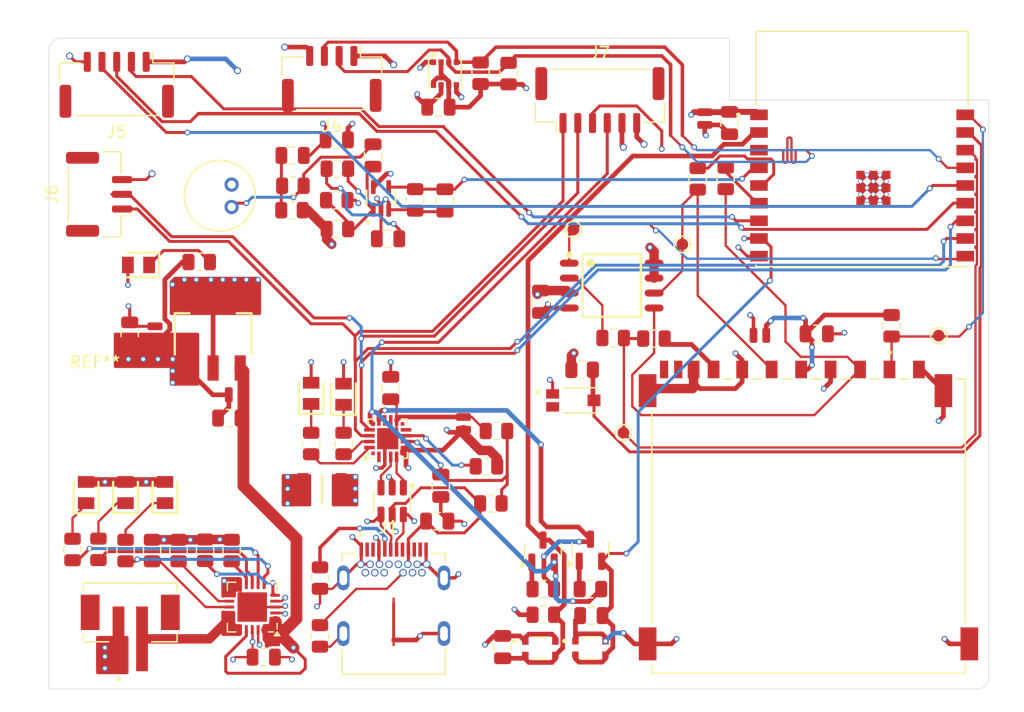
<source format=kicad_pcb>
(kicad_pcb (version 20240108) (generator "pcbnew") (generator_version "8.0")
  (layers (0 "F.Cu" signal) (1 "In1.Cu" power) (2 "In2.Cu" power) (31 "B.Cu" signal) (34 "B.Paste" user) (35 "F.Paste" user) (36 "B.SilkS" user "B.Silkscreen") (37 "F.SilkS" user "F.Silkscreen") (38 "B.Mask" user) (39 "F.Mask" user) (44 "Edge.Cuts" user))
  (net 0 "")
  (net 1 "GND")
  (net 2 "/VBUS")
  (net 3 "+5V")
  (net 4 "+3.3V")
  (net 5 "/+5V_USB")
  (net 6 "Net-(U4-VBUS)")
  (net 7 "Net-(C16-Pad2)")
  (net 8 "/ESP32-C3-02/MIC_OUT")
  (net 9 "/ESP32-C3-02/BOOT")
  (net 10 "/ESP32-C3-02/EN")
  (net 11 "/ESP32-C3-02/SDA")
  (net 12 "/ESP32-C3-02/SCL")
  (net 13 "/ESP32-C3-02/GPIO8")
  (net 14 "/ESP32-C3-02/GPIO19")
  (net 15 "/ESP32-C3-02/GPIO18")
  (net 16 "Net-(LED1-K)")
  (net 17 "Net-(LED2-K)")
  (net 18 "Net-(LED3-K)")
  (net 19 "/PWN_LED")
  (net 20 "Net-(LED5-K)")
  (net 21 "Net-(LED6-K)")
  (net 22 "/ESP32-C3-02/RTS")
  (net 23 "Net-(Q2-B)")
  (net 24 "/ESP32-C3-02/DTR")
  (net 25 "Net-(Q3-B)")
  (net 26 "Net-(U2-THERM)")
  (net 27 "Net-(U2-~{TE})")
  (net 28 "Net-(J1-CC2)")
  (net 29 "Net-(J1-CC1)")
  (net 30 "Net-(U2-PROG1)")
  (net 31 "Net-(U2-PROG3)")
  (net 32 "/charging_power_good")
  (net 33 "/charged")
  (net 34 "/charging")
  (net 35 "Net-(U4-~{RST})")
  (net 36 "Net-(U4-~{TXT}{slash}GPIO.2)")
  (net 37 "Net-(U1-IO7)")
  (net 38 "/ESP32-C3-02/MOSI_D1")
  (net 39 "/ESP32-C3-02/MISO_D0")
  (net 40 "Net-(J3-DAT0)")
  (net 41 "Net-(U4-~{RXT}{slash}GPIO.3)")
  (net 42 "/ESP32-C3-02/CD_SD")
  (net 43 "/ESP32-C3-02/SCLK")
  (net 44 "Net-(U1-IO6)")
  (net 45 "Net-(U6-DO(IO1))")
  (net 46 "/ESP32-C3-02/PHOTO_C")
  (net 47 "Net-(U7-IN+)")
  (net 48 "/ESP32-C3-02/CS")
  (net 49 "/VBAT")
  (net 50 "/ESP32-C3-02/USB_D+")
  (net 51 "/ESP32-C3-02/USB_D-")
  (net 52 "/USB_DN")
  (net 53 "/USB_DP")
  (net 66 "/ESP32-C3-02/RX_TX")
  (net 67 "/ESP32-C3-02/TX_RX")
  (net 74 "Net-(C19-Pad1)")
  (net 75 "Net-(U7-IN-)")
  (net 76 "Net-(C17-Pad1)")
  (footprint "Resistor_SMD:R_0805_2012Metric" (layer "F.Cu") (at 233.45 87.275 180)
    (property "Reference" "R33" (hide yes))
    (property "Value" "10k" (hide yes))
  )
  (footprint "Resistor_SMD:R_0805_2012Metric" (layer "F.Cu") (at 229.475 73.85 180)
    (property "Reference" "R13" (hide yes))
    (property "Value" "47K5" (hide yes))
  )
  (footprint "Resistor_SMD:R_0805_2012Metric" (layer "F.Cu") (at 195.7 83.9 90)
    (property "Reference" "R8" (hide yes))
    (property "Value" "470" (hide yes))
  )
  (footprint "MountingHole:MountingHole_2.5mm" (layer "F.Cu") (at 236.75 78.5)
    (property "Reference" "REF**" (hide yes))
    (property "Value" "MountingHole_2.5mm")
  )
  (footprint "ESPDEV:VREG_LM1117MPX-3.3" (layer "F.Cu") (at 205.43 65.6 90)
    (property "Reference" "VR1" (hide yes))
    (property "Value" "LM1117MPX-3.3" (hide yes))
  )
  (footprint "Resistor_SMD:R_0805_2012Metric" (layer "F.Cu") (at 207 84 -90)
    (property "Reference" "R2" (hide yes))
    (property "Value" "10K" (hide yes))
  )
  (footprint "Footprints:LEDC2012X120N" (layer "F.Cu") (at 216.5 70.725 90)
    (property "Reference" "LED5" (hide yes))
    (property "Value" "LTST-C170GKT" (hide yes))
  )
  (footprint "Resistor_SMD:R_0805_2012Metric" (layer "F.Cu") (at 246.55 52.4375 90)
    (property "Reference" "R20" (hide yes))
    (property "Value" "50" (hide yes))
  )
  (footprint "Capacitor_SMD:C_0805_2012Metric" (layer "F.Cu") (at 215.925 49.125 180)
    (property "Reference" "C13" (hide yes))
    (property "Value" "0.1u" (hide yes))
  )
  (footprint "TestPoint:TestPoint_Pad_D1.0mm" (layer "F.Cu") (at 267 65.75 -90)
    (property "Reference" "TP4" (hide yes))
    (property "Value" "TestCD_SD" (hide yes))
  )
  (footprint "Resistor_SMD:R_0805_2012Metric" (layer "F.Cu") (at 229 80)
    (property "Reference" "R12" (hide yes))
    (property "Value" "22K1" (hide yes))
  )
  (footprint "Capacitor_SMD:C_0805_2012Metric" (layer "F.Cu") (at 230 92.2 90)
    (property "Reference" "C22" (hide yes))
    (property "Value" "1u" (hide yes))
  )
  (footprint "Capacitor_SMD:C_0805_2012Metric" (layer "F.Cu") (at 233.225 62.875 -90)
    (property "Reference" "C14" (hide yes))
    (property "Value" "0.1u" (hide yes))
  )
  (footprint "ESPDEV:TRANS_TEMT6000X01" (layer "F.Cu") (at 235.995 71.25)
    (property "Reference" "Q1" (hide yes))
    (property "Value" "TEMT6000X01" (hide yes))
  )
  (footprint "Resistor_SMD:R_0805_2012Metric" (layer "F.Cu") (at 228.625 76.85 180)
    (property "Reference" "R11" (hide yes))
    (property "Value" "1k" (hide yes))
  )
  (footprint "Capacitor_SMD:C_0805_2012Metric" (layer "F.Cu") (at 198.35 65.575 -90)
    (property "Reference" "C5" (hide yes))
    (property "Value" "0.1u" (hide yes))
  )
  (footprint "Package_TO_SOT_SMD:SOT-23" (layer "F.Cu") (at 237.45 83.975 90)
    (property "Reference" "Q3" (hide yes))
    (property "Value" "BC817" (hide yes))
  )
  (footprint "Resistor_SMD:R_0805_2012Metric" (layer "F.Cu") (at 233.45 89.45 180)
    (property "Reference" "R21" (hide yes))
    (property "Value" "10k" (hide yes))
  )
  (footprint "Footprints:LEDC2012X120N" (layer "F.Cu") (at 199.1 59.75 180)
    (property "Reference" "LED4" (hide yes))
    (property "Value" "LTST-C170KRKT" (hide yes))
  )
  (footprint "Resistor_SMD:R_0805_2012Metric" (layer "F.Cu") (at 204.25 59.5)
    (property "Reference" "R10" (hide yes))
    (property "Value" "470" (hide yes))
  )
  (footprint "Resistor_SMD:R_0805_2012Metric" (layer "F.Cu") (at 202.5 84 90)
    (property "Reference" "R6" (hide yes))
    (property "Value" "20K" (hide yes))
  )
  (footprint "Capacitor_SMD:C_0504_1310Metric" (layer "F.Cu") (at 207.3 70.775 180)
    (property "Reference" "C3" (hide yes))
    (property "Value" "10u" (hide yes))
  )
  (footprint "Resistor_SMD:R_0805_2012Metric" (layer "F.Cu") (at 216.5 74.9125 90)
    (property "Reference" "R18" (hide yes))
    (property "Value" "470" (hide yes))
  )
  (footprint "MountingHole:MountingHole_2.5mm" (layer "F.Cu") (at 195.4 71.5)
    (property "Reference" "REF**")
    (property "Value" "MountingHole_2.5mm")
  )
  (footprint "Capacitor_SMD:C_0504_1310Metric" (layer "F.Cu") (at 251.825 65.725 180)
    (property "Reference" "C12" (hide yes))
    (property "Value" "10u" (hide yes))
  )
  (footprint "Capacitor_SMD:C_0805_2012Metric" (layer "F.Cu") (at 224.45 81.5)
    (property "Reference" "C1" (hide yes))
    (property "Value" "0.1u" (hide yes))
  )
  (footprint "ESPDEV:CUI_CMC-5042PF-AC" (layer "F.Cu") (at 206 53.875)
    (property "Reference" "MK1" (hide yes))
    (property "Value" "CMC-5042PF-AC" (hide yes))
  )
  (footprint "Capacitor_SMD:C_0504_1310Metric" (layer "F.Cu") (at 247.15 47.315 -90)
    (property "Reference" "C7" (hide yes))
    (property "Value" "10u" (hide yes))
  )
  (footprint "Connector_JST:JST_GH_BM05B-GHS-TBT_1x05-1MP_P1.25mm_Vertical" (layer "F.Cu") (at 197.25 44.45 180)
    (property "Reference" "J5")
    (property "Value" "Conn_01x05_Pin")
  )
  (footprint "Connector_JST:JST_GH_BM06B-GHS-TBT_1x06-1MP_P1.25mm_Vertical" (layer "F.Cu") (at 238.25 45.75)
    (property "Reference" "J7")
    (property "Value" "Conn_01x06")
  )
  (footprint "ESPDEV:MODULE_ESP32-C3-WROOM-02-H4" (layer "F.Cu") (at 260.5 49.9)
    (property "Reference" "U1" (hide yes))
    (property "Value" "ESP32-C3-WROOM-02-H4" (hide yes))
  )
  (footprint "Footprints:LEDC2012X120N" (layer "F.Cu") (at 198 79.075 90)
    (property "Reference" "LED2" (hide yes))
    (property "Value" "LTST-C170GKT" (hide yes))
  )
  (footprint "Capacitor_SMD:C_0805_2012Metric" (layer "F.Cu") (at 206.8 72.75 180)
    (property "Reference" "C2" (hide yes))
    (property "Value" "0.1u" (hide yes))
  )
  (footprint "ESPDEV:AMPHENOL_GSD090012SEU" (layer "F.Cu") (at 255.95 81.925)
    (property "Reference" "J3" (hide yes))
    (property "Value" "GSD090012SEU" (hide yes))
  )
  (footprint "Footprints:LEDC2012X120N" (layer "F.Cu") (at 194.65 79.075 90)
    (property "Reference" "LED1" (hide yes))
    (property "Value" "LTST-C170KRKT" (hide yes))
  )
  (footprint "Package_DFN_QFN:SiliconLabs_QFN-20-1EP_3x3mm_P0.5mm_EP1.8x1.8mm" (layer "F.Cu") (at 220.25 74.5 90)
    (property "Reference" "U4" (hide yes))
    (property "Value" "CP2102N-Axx-xQFN20" (hide yes))
  )
  (footprint "ESPDEV:SOIC127P790X216-8N" (layer "F.Cu") (at 239.25 61.5)
    (property "Reference" "U6" (hide yes))
    (property "Value" "W25Q32JVSSIQ" (hide yes))
  )
  (footprint "Resistor_SMD:R_0805_2012Metric" (layer "F.Cu") (at 239.375 65.95)
    (property "Reference" "R22" (hide yes))
    (property "Value" "50" (hide yes))
  )
  (footprint "Resistor_SMD:R_0805_2012Metric" (layer "F.Cu") (at 215.925 54.25 180)
    (property "Reference" "R29" (hide yes))
    (property "Value" "1M" (hide yes))
  )
  (footprint "Resistor_SMD:R_0805_2012Metric" (layer "F.Cu") (at 242.8375 66 180)
    (property "Reference" "R16" (hide yes))
    (property "Value" "50" (hide yes))
  )
  (footprint "Resistor_SMD:R_0805_2012Metric" (layer "F.Cu") (at 214.5 91.25 -90)
    (property "Reference" "R3" (hide yes))
    (property "Value" "5K1" (hide yes))
  )
  (footprint "Capacitor_SMD:C_0805_2012Metric" (layer "F.Cu") (at 256.65 65.6)
    (property "Reference" "C9" (hide yes))
    (property "Value" "0.1u" (hide yes))
  )
  (footprint "Resistor_SMD:R_0805_2012Metric" (layer "F.Cu") (at 228.125 43.475 90)
    (property "Reference" "R24" (hide yes))
    (property "Value" "4K7" (hide yes))
  )
  (footprint "Resistor_SMD:R_0805_2012Metric" (layer "F.Cu") (at 193.5 83.9125 90)
    (property "Reference" "R7" (hide yes))
    (property "Value" "470" (hide yes))
  )
  (footprint "Footprints:LEDC2012X120N" (layer "F.Cu") (at 213.75 70.65 90)
    (property "Reference" "LED6" (hide yes))
    (property "Value" "LTST-C170TBKT" (hide yes))
  )
  (footprint "Resistor_SMD:R_0805_2012Metric" (layer "F.Cu") (at 200.25 84 90)
    (property "Reference" "R5" (hide yes))
    (property "Value" "2K" (hide yes))
  )
  (footprint "Capacitor_SMD:C_0805_2012Metric" (layer "F.Cu") (at 220.275 57.525 180)
    (property "Reference" "C19" (hide yes))
    (property "Value" "1u" (hide yes))
  )
  (footprint "Capacitor_SMD:C_0805_2012Metric" (layer "F.Cu") (at 209.725 93.05 180)
    (property "Reference" "C6" (hide yes))
    (property "Value" "1U" (hide yes))
  )
  (footprint "Capacitor_SMD:C_0805_2012Metric" (layer "F.Cu") (at 237.525 89.525 180)
    (property "Reference" "C21" (hide yes))
    (property "Value" "0.1u" (hide yes))
  )
  (footprint "Resistor_SMD:R_0805_2012Metric" (layer "F.Cu") (at 204.75 83.975 -90)
    (property "Reference" "R1" (hide yes))
    (property "Value" "10K" (hide yes))
  )
  (footprint "ESPDEV:SW_USLPT2819DT2TR" (layer "F.Cu") (at 233.2 92.3)
    (property "Reference" "S2" (hide yes))
    (property "Value" "RESET" (hide yes))
  )
  (footprint "Footprints:FUSC3226X100N" (layer "F.Cu") (at 214.675 78.825 180)
    (property "Reference" "F1" (hide yes))
    (property "Value" "0ZCH0110AF2E" (hide yes))
  )
  (footprint "Resistor_SMD:R_0805_2012Metric" (layer "F.Cu") (at 198 84 90)
    (property "Reference" "R9" (hide yes))
    (property "Value" "470" (hide yes))
  )
  (footprint "Capacitor_SMD:C_0504_1310Metric" (layer "F.Cu") (at 200.5 65.5 -90)
    (property "Reference" "C4" (hide yes))
    (property "Value" "10u" (hide yes))
  )
  (footprint "ESPDEV:BELFUSE_SS-52400-002" (layer "F.Cu") (at 220.75 91.05)
    (property "Reference" "J1")
    (property "Value" "SS-52400-002")
  )
  (footprint "Connector_JST:JST_GH_BM03B-GHS-TBT_1x03-1MP_P1.25mm_Vertical" (layer "F.Cu") (at 195.75 53.75 90)
    (property "Reference" "J6")
    (property "Value" "Conn_01x03_Pin")
  )
  (footprint "Package_DFN_QFN:QFN-20-1EP_4x4mm_P0.5mm_EP2.5x2.5mm" (layer "F.Cu") (at 208.75 88.8 180)
    (property "Reference" "U2" (hide yes))
    (property "Value" "MCP73871" (hide yes))
  )
  (footprint "TestPoint:TestPoint_Pad_D1.0mm" (layer "F.Cu") (at 240.25 74 -90)
    (property "Reference" "TP2" (hide yes))
    (property "Value" "TestMISO" (hide yes))
  )
  (footprint "ESPDEV:SW_USLPT2819DT2TR" (layer "F.Cu") (at 237.45 92.275)
    (property "Reference" "S1" (hide yes))
    (property "Value" "BOOT" (hide yes))
  )
  (footprint "Package_TO_SOT_SMD:SOT-23" (layer "F.Cu") (at 233.425 84.05 90)
    (property "Reference" "Q2" (hide yes))
    (property "Value" "BC817" (hide yes))
  )
  (footprint "Resistor_SMD:R_0805_2012Metric" (layer "F.Cu") (at 236.745 68.65)
    (property "Reference" "R23" (hide yes))
    (property "Value" "10K" (hide yes))
  )
  (footprint "Resistor_SMD:R_0805_2012Metric" (layer "F.Cu") (at 212.125 55.1)
    (property "Reference" "R26" (hide yes))
    (property "Value" "2K" (hide yes))
  )
  (footprint "Resistor_SMD:R_0805_2012Metric" (layer "F.Cu") (at 263 64.9125 90)
    (property "Reference" "R19" (hide yes))
    (property "Value" "10K" (hide yes))
  )
  (footprint "Capacitor_SMD:C_0805_2012Metric" (layer "F.Cu") (at 220.5 70.2 90)
    (property "Reference" "C10" (hide yes))
    (property "Value" "0.1u" (hide yes))
  )
  (footprint "Capacitor_SMD:C_0805_2012Metric" (layer "F.Cu") (at 249.25 47.7 -90)
    (property "Reference" "C8" (hide yes))
    (property "Value" "0.1u" (hide yes))
  )
  (footprint "ESPDEV:SOT65P210X110-5N" (layer "F.Cu") (at 219.675 54.1 90)
    (property "Reference" "U7" (hide yes))
    (property "Value" "MAX4466EXK" (hide yes))
  )
  (footprint "Package_TO_SOT_SMD:SOT-23-6" (layer "F.Cu") (at 220.625 79.8 -90)
    (property "Reference" "U5" (hide yes))
    (property "Value" "USBLC6-2SC6" (hide yes))
  )
  (footprint "Capacitor_SMD:C_0805_2012Metric" (layer "F.Cu") (at 212.175 50.45 180)
    (property "Reference" "C16" (hide yes))
    (property "Value" "0.1u" (hide yes))
  )
  (footprint "Connector_JST:JST_GH_BM04B-GHS-TBT_1x04-1MP_P1.25mm_Vertical" (layer "F.Cu") (at 215.5 43.95 180)
    (property "Reference" "J4")
    (property "Value" "Conn_01x04_Pin")
  )
  (footprint "Resistor_SMD:R_0805_2012Metric" (layer "F.Cu") (at 237.45 87.275 180)
    (property "Reference" "R17" (hide yes))
    (property "Value" "10k" (hide yes))
  )
  (footprint "Resistor_SMD:R_0805_2012Metric" (layer "F.Cu") (at 213.75 74.9125 90)
    (property "Reference" "R14" (hide yes))
    (property "Value" "470" (hide yes))
  )
  (footprint "Capacitor_SMD:C_0805_2012Metric" (layer "F.Cu") (at 224.75 78.5 -90)
    (property "Reference" "C11" (hide yes))
    (property "Value" "1uf" (hide yes))
  )
  (footprint "Resistor_SMD:R_0805_2012Metric" (layer "F.Cu") (at 222.575 54.225 90)
    (property "Reference" "R31" (hide yes))
    (property "Value" "100K" (hide yes))
  )
  (footprint "ESPDEV:JST_B2B-PH-SM4-TB" (layer "F.Cu") (at 198.4 89.25)
    (property "Reference" "J2" (hide yes))
    (property "Value" "B2B-PH-SM4-TB" (hide yes))
  )
  (footprint "Capacitor_SMD:C_0805_2012Metric" (layer "F.Cu") (at 224.55 46.35 180)
    (property "Reference" "C15" (hide yes))
    (property "Value" "0.1u" (hide yes))
  )
  (footprint "TestPoint:TestPoint_Pad_D1.0mm" (layer "F.Cu") (at 236 56.75 -90)
    (property "Reference" "TP5" (hide yes))
    (property "Value" "TestCS" (hide yes))
  )
  (footprint "Footprints:LEDC2012X120N" (layer "F.Cu") (at 201.35 79.075 90)
    (property "Reference" "LED3" (hide yes))
    (property "Value" "LTST-C170TBKT" (hide yes))
  )
  (footprint "Resistor_SMD:R_0805_2012Metric" (layer "F.Cu") (at 248.925 52.4 -90)
    (property "Reference" "R15" (hide yes))
    (property "Value" "50" (hide yes))
  )
  (footprint "Resistor_SMD:R_0805_2012Metric" (layer "F.Cu") (at 214.5 86.3375 -90)
    (property "Reference" "R4" (hide yes))
    (property "Value" "5K1" (hide yes))
  )
  (footprint "Resistor_SMD:R_0805_2012Metric" (layer "F.Cu") (at 230.5 43.5 90)
    (property "Reference" "R25" (hide yes))
    (property "Value" "4K7" (hide yes))
  )
  (footprint "Resistor_SMD:R_0805_2012Metric" (layer "F.Cu") (at 215.975 51.575)
    (property "Reference" "R30" (hide yes))
    (property "Value" "10K" (hide yes))
  )
  (footprint "Capacitor_SMD:C_0805_2012Metric" (layer "F.Cu") (at 225.1 54.275 90)
    (property "Reference" "C20" (hide yes))
    (property "Value" "0.1u" (hide yes))
  )
  (footprint "Resistor_SMD:R_0805_2012Metric" (layer "F.Cu") (at 215.975 56.7 180)
    (property "Reference" "R27" (hide yes))
    (property "Value" "1M" (hide yes))
  )
  (footprint "Capacitor_SMD:C_0805_2012Metric" (layer "F.Cu") (at 219 50.45 -90)
    (property "Reference" "C17" (hide yes))
    (property "Value" "10u" (hide yes))
  )
  (footprint "TestPoint:TestPoint_Pad_D1.0mm" (layer "F.Cu") (at 245.25 58 -90)
    (property "Reference" "TP3" (hide yes))
    (property "Value" "TestSCLK" (hide yes))
  )
  (footprint "Capacitor_SMD:C_0504_1310Metric" (layer "F.Cu") (at 226.675 73.2 90)
    (property "Reference" "C_9" (hide yes))
    (property "Value" "4.7u" (hide yes))
  )
  (footprint "ESPDEV:PSON65P250X250X100-8N" (layer "F.Cu") (at 225.1 43.5 90)
    (property "Reference" "U3" (hide yes))
    (property "Value" "BME280" (hide yes))
  )
  (footprint "Resistor_SMD:R_0805_2012Metric" (layer "F.Cu") (at 212.2 53.025 180)
    (property "Reference" "R28" (hide yes))
    (property "Value" "2K" (hide yes))
  )
  (gr_line (start 191.5 41.5) (end 191.5 94.75) (stroke (width 0.05)) (layer "Edge.Cuts"))
  (gr_line (start 191.5 95.75) (end 192.5 95.75) (stroke (width 0.05)) (layer "Edge.Cuts"))
  (gr_line (start 249.25 45.75) (end 271.25 45.75) (stroke (width 0.05)) (layer "Edge.Cuts"))
  (gr_line (start 249.25 40.5) (end 249.25 45.75) (stroke (width 0.05)) (layer "Edge.Cuts"))
  (gr_line (start 271.25 94.75) (end 271.25 85.75) (stroke (width 0.05)) (layer "Edge.Cuts"))
  (gr_line (start 192.5 40.5) (end 249.25 40.5) (stroke (width 0.05)) (layer "Edge.Cuts"))
  (gr_line (start 191.5 94.75) (end 191.5 95.75) (stroke (width 0.05)) (layer "Edge.Cuts"))
  (gr_arc (start 271.25 94.75) (mid 270.957107 95.457107) (end 270.25 95.75) (stroke (width 0.05)) (layer "Edge.Cuts"))
  (gr_line (start 271.25 45.75) (end 271.25 85.75) (stroke (width 0.05)) (layer "Edge.Cuts"))
  (gr_arc (start 191.5 41.5) (mid 191.792893 40.792893) (end 192.5 40.5) (stroke (width 0.05)) (layer "Edge.Cuts"))
  (gr_line (start 192.5 95.75) (end 270.25 95.75) (stroke (width 0.05)) (layer "Edge.Cuts"))
  (segment (start 247.15 47.855) (end 248.455 47.855) (width 0.4) (layer "F.Cu") (net 1))
  (segment (start 241.375 48.875) (end 242 49.5) (width 0.4) (layer "F.Cu") (net 1))
  (segment (start 201.75 64.75) (end 201.75 65.25) (width 0.4) (layer "F.Cu") (net 1))
  (segment (start 257.6 65.6) (end 258.9 65.6) (width 0.254) (layer "F.Cu") (net 1))
  (segment (start 246.75 70.25) (end 249.75 70.25) (width 0.4) (layer "F.Cu") (net 1))
  (segment (start 220.5 71.15) (end 221 71.65) (width 0.2) (layer "F.Cu") (net 1))
  (segment (start 258.9 65.6) (end 259 65.5) (width 0.254) (layer "F.Cu") (net 1))
  (segment (start 225.93 86.32) (end 226.25 86) (width 0.3) (layer "F.Cu") (net 1))
  (segment (start 250.325 68.625) (end 250.325 67.825) (width 0.4) (layer "F.Cu") (net 1))
  (segment (start 247.15 48.65) (end 247.25 48.75) (width 0.4) (layer "F.Cu") (net 1))
  (segment (start 250.325 69.675) (end 250.325 68.625) (width 0.4) (layer "F.Cu") (net 1))
  (segment (start 206.76 70.775) (end 206.76 71.84) (width 0.4) (layer "F.Cu") (net 1))
  (segment (start 221 72.95) (end 221 73.75) (width 0.2) (layer "F.Cu") (net 1))
  (segment (start 248.455 47.855) (end 249.25 48.65) (width 0.4) (layer "F.Cu") (net 1))
  (segment (start 236.175 89.925) (end 236.175 91.695) (width 0.4) (layer "F.Cu") (net 1))
  (segment (start 217.63 85.17) (end 216.48 86.32) (width 0.254) (layer "F.Cu") (net 1))
  (segment (start 234.475 91.392156) (end 234.475 91.72) (width 0.4) (layer "F.Cu") (net 1))
  (segment (start 233.645 63.405) (end 233.225 63.825) (width 0.4) (layer "F.Cu") (net 1))
  (segment (start 221 72.95) (end 221.29 72.66) (width 0.4) (layer "F.Cu") (net 1))
  (segment (start 246.2 68.625) (end 246.2 69.7) (width 0.4) (layer "F.Cu") (net 1))
  (segment (start 262.01 52.1) (end 262.56 52.65) (width 0.254) (layer "F.Cu") (net 1))
  (segment (start 226.075 44.47) (end 226.075 45.075) (width 0.4) (layer "F.Cu") (net 1))
  (segment (start 218 83.6) (end 217.25 82.85) (width 0.254) (layer "F.Cu") (net 1))
  (segment (start 234.24 70.7) (end 234.24 69.74) (width 0.254) (layer "F.Cu") (net 1))
  (segment (start 207.75 86.8625) (end 207.75 87.8) (width 0.2) (layer "F.Cu") (net 1))
  (segment (start 251.285 65.725) (end 251.285 64.285) (width 0.3) (layer "F.Cu") (net 1))
  (segment (start 220.75 88.5) (end 220.75 91.6) (width 0.254) (layer "F.Cu") (net 1))
  (segment (start 214.5 87.25) (end 214.5 88.5) (width 0.2) (layer "F.Cu") (net 1))
  (segment (start 203.3375 59.5) (end 202.825 59.5) (width 0.4) (layer "F.Cu") (net 1))
  (segment (start 261.46 52.65) (end 260.91 53.2) (width 0.254) (layer "F.Cu") (net 1))
  (segment (start 260.91 53.2) (end 260.36 53.75) (width 0.254) (layer "F.Cu") (net 1))
  (segment (start 220.625 78.6625) (end 220.625 78.020772) (width 0.3) (layer "F.Cu") (net 1))
  (segment (start 265.325 68.625) (end 265.6 68.625) (width 0.4) (layer "F.Cu") (net 1))
  (segment (start 219.325 57.525) (end 219.675 57.175) (width 0.254) (layer "F.Cu") (net 1))
  (segment (start 213.125 50.45) (end 213.65 50.45) (width 0.254) (layer "F.Cu") (net 1))
  (segment (start 213.625 41.55) (end 213.325 41.25) (width 0.4) (layer "F.Cu") (net 1))
  (segment (start 250.75 59) (end 250 58.25) (width 0.254) (layer "F.Cu") (net 1))
  (segment (start 211.925 93.05) (end 212.125 93.25) (width 0.2) (layer "F.Cu") (net 1))
  (segment (start 215.55 87.25) (end 216.48 86.32) (width 0.2) (layer "F.Cu") (net 1))
  (segment (start 236.175 91.695) (end 236.175 91.367156) (width 0.4) (layer "F.Cu") (net 1))
  (segment (start 251.285 64.285) (end 251 64) (width 0.3) (layer "F.Cu") (net 1))
  (segment (start 260.91 54.3) (end 262.01 54.3) (width 0.254) (layer "F.Cu") (net 1))
  (segment (start 217.95 85.17) (end 217.63 85.17) (width 0.254) (layer "F.Cu") (net 1))
  (segment (start 236.575 89.525) (end 236.175 89.925) (width 0.4) (layer "F.Cu") (net 1))
  (segment (start 230 91.25) (end 229.25 91.25) (width 0.4) (layer "F.Cu") (net 1))
  (segment (start 206.76 71.84) (end 205.85 72.75) (width 0.4) (layer "F.Cu") (net 1))
  (segment (start 261.46 53.75) (end 262.01 53.2) (width 0.254) (layer "F.Cu") (net 1))
  (segment (start 246.2 69.7) (end 246.75 70.25) (width 0.4) (layer "F.Cu") (net 1))
  (segment (start 193.75 42.5) (end 193.25 42) (width 0.254) (layer "F.Cu") (net 1))
  (segment (start 231.925 91.392156) (end 232.217156 91.1) (width 0.4) (layer "F.Cu") (net 1))
  (segment (start 220.625 78.020772) (end 220.348866 77.744638) (width 0.3) (layer "F.Cu") (net 1))
  (segment (start 262.56 52.65) (end 262.01 53.2) (width 0.254) (layer "F.Cu") (net 1))
  (segment (start 219.75 77) (end 219.25 77) (width 0.3) (layer "F.Cu") (net 1))
  (segment (start 260.91 53.2) (end 261.46 53.75) (width 0.254) (layer "F.Cu") (net 1))
  (segment (start 219.675 57.175) (end 219.675 55.06) (width 0.254) (layer "F.Cu") (net 1))
  (segment (start 206.975 83.0625) (end 207 83.0875) (width 0.8) (layer "F.Cu") (net 1))
  (segment (start 222.75 45.5) (end 222.75 45.25) (width 0.4) (layer "F.Cu") (net 1))
  (segment (start 225.02 91.05) (end 223.2 91.05) (width 0.3) (layer "F.Cu") (net 1))
  (segment (start 203.5 83.0875) (end 204.725 83.0875) (width 0.8) (layer "F.Cu") (net 1))
  (segment (start 210.6875 88.8) (end 208.75 88.8) (width 0.2) (layer "F.Cu") (net 1))
  (segment (start 242.3 91.925) (end 244.325 91.925) (width 0.4) (layer "F.Cu") (net 1))
  (segment (start 231.455 91.25) (end 231.925 91.72) (width 0.4) (layer "F.Cu") (net 1))
  (segment (start 225.4 81.5) (end 226.5 81.5) (width 0.254) (layer "F.Cu") (net 1))
  (segment (start 224.125 42.53) (end 223.47 42.53) (width 0.4) (layer "F.Cu") (net 1))
  (segment (start 220 74.75) (end 220.25 74.5) (width 0.3) (layer "F.Cu") (net 1))
  (segment (start 223.5 85.12) (end 223.55 85.17) (width 0.254) (layer "F.Cu") (net 1))
  (segment (start 229.25 91.25) (end 228.5 92) (width 0.4) (layer "F.Cu") (net 1))
  (segment (start 201.25 83.0875) (end 201.5 83.0875) (width 0.8) (layer "F.Cu") (net 1))
  (segment (start 204.75 83.0625) (end 206 83.0625) (width 0.8) (layer "F.Cu") (net 1))
  (segment (start 214.975 49.125) (end 214.975 47.975) (width 0.254) (layer "F.Cu") (net 1))
  (segment (start 227.3725 72.66) (end 228.5625 73.85) (width 0.2) (layer "F.Cu") (net 1))
  (segment (start 242.3 70.425) (end 242.475 70.25) (width 0.8) (layer "F.Cu") (net 1))
  (segment (start 250.325 67.825) (end 249.75 67.25) (width 0.4) (layer "F.Cu") (net 1))
  (segment (start 223.6 46.35) (end 222.75 45.5) (width 0.4) (layer "F.Cu") (net 1))
  (segment (start 218 83.92) (end 218 83.6) (width 0.254) (layer "F.Cu") (net 1))
  (segment (start 223.2 91.05) (end 223 91.25) (width 0.3) (layer "F.Cu") (net 1))
  (segment (start 241.175 91.925) (end 240.25 91) (width 0.4) (layer "F.Cu") (net 1))
  (segment (start 261.46 52.65) (end 262.01 53.2) (width 0.254) (layer "F.Cu") (net 1))
  (segment (start 262.01 52.1) (end 261.46 52.65) (width 0.254) (layer "F.Cu") (net 1))
  (segment (start 226.075 45.075) (end 226.5 45.5) (width 0.4) (layer "F.Cu") (net 1))
  (segment (start 213.65 50.45) (end 214.975 49.125) (width 0.254) (layer "F.Cu") (net 1))
  (segment (start 226.675 72.66) (end 227.3725 72.66) (width 0.2) (layer "F.Cu") (net 1))
  (segment (start 200.25 83.0875) (end 201.25 83.0875) (width 0.8) (layer "F.Cu") (net 1))
  (segment (start 205.405 70.775) (end 206.76 70.775) (width 0.4) (layer "F.Cu") (net 1))
  (segment (start 241.375 47.7) (end 241.375 48.875) (width 0.4) (layer "F.Cu") (net 1))
  (segment (start 225.02 86.32) (end 225.93 86.32) (width 0.3) (layer "F.Cu") (net 1))
  (segment (start 210.6875 88.8) (end 211.456299 88.8) (width 0.2) (layer "F.Cu") (net 1))
  (segment (start 201.331447 64.331447) (end 201.75 64.75) (width 0.4) (layer "F.Cu") (net 1))
  (segment (start 214.5 87.25) (end 215.55 87.25) (width 0.2) (layer "F.Cu") (net 1))
  (segment (start 218 85.12) (end 217.95 85.17) (width 0.254) (layer "F.Cu") (net 1))
  (segment (start 224.75 79.45) (end 224.75 80.85) (width 0.3) (layer "F.Cu") (net 1))
  (segment (start 220 76.05) (end 220 76.75) (width 0.3) (layer "F.Cu") (net 1))
  (segment (start 249.75 70.25) (end 250.325 69.675) (width 0.4) (layer "F.Cu") (net 1))
  (segment (start 244.325 91.925) (end 244.75 91.5) (width 0.4) (layer "F.Cu") (net 1))
  (segment (start 204.725 83.0875) (end 204.75 83.0625) (width 0.8) (layer "F.Cu") (net 1))
  (segment (start 216.8375 54.25) (end 216.8995 54.188) (width 0.254) (layer "F.Cu") (net 1))
  (segment (start 236.175 91.367156) (end 236.467156 91.075) (width 0.4) (layer "F.Cu") (net 1))
  (segment (start 260.36 52.65) (end 260.91 53.2) (width 0.254) (layer "F.Cu") (net 1))
  (segment (start 262.01 54.3) (end 262.56 53.75) (width 0.254) (layer "F.Cu") (net 1))
  (segment (start 230 91.25) (end 231.455 91.25) (width 0.4) (layer "F.Cu") (net 1))
  (segment (start 260.36 52.65) (end 260.36 53.75) (width 0.254) (layer "F.Cu") (net 1))
  (segment (start 203.13 68.5) (end 205.405 70.775) (width 0.4) (layer "F.Cu") (net 1))
  (segment (start 221 71.65) (end 221 72.95) (width 0.2) (layer "F.Cu") (net 1))
  (segment (start 206 83.0625) (end 206.975 83.0625) (width 0.8) (layer "F.Cu") (net 1))
  (segment (start 260.36 53.75) (end 260.91 54.3) (width 0.254) (layer "F.Cu") (net 1))
  (segment (start 202.5 83.0875) (end 203.5 83.0875) (width 0.8) (layer "F.Cu") (net 1))
  (segment (start 262.01 53.2) (end 262.56 53.75) (width 0.254) (layer "F.Cu") (net 1))
  (segment (start 242.3 91.925) (end 241.175 91.925) (width 0.4) (layer "F.Cu") (net 1))
  (segment (start 260.91 52.1) (end 260.36 52.65) (width 0.254) (layer "F.Cu") (net 1))
  (segment (start 246.2 70.175) (end 246.2 68.625) (width 0.8) (layer "F.Cu") (net 1))
  (segment (start 220 76.05) (end 220 74.75) (width 0.3) (layer "F.Cu") (net 1))
  (segment (start 219.328328 54.106107) (end 219.328328 54.232005) (width 0.254) (layer "F.Cu") (net 1))
  (segment (start 216.8375 54.25) (end 217.5 54.25) (width 0.254) (layer "F.Cu") (net 1))
  (segment (start 226.5 81.5) (end 226.75 81.75) (width 0.254) (layer "F.Cu") (net 1))
  (segment (start 222.65 91.6) (end 223 91.25) (width 0.4) (layer "F.Cu") (net 1))
  (segment (start 221.29 72.66) (end 226.675 72.66) (width 0.4) (layer "F.Cu") (net 1))
  (segment (start 232.217156 91.1) (end 234.182844 91.1) (width 0.4) (layer "F.Cu") (net 1))
  (segment (start 214.5 88.5) (end 214.25 88.75) (width 0.2) (layer "F.Cu") (net 1))
  (segment (start 199.75 52.5) (end 200.25 52) (width 0.254) (layer "F.Cu") (net 1))
  (segment (start 225.02 86.32) (end 224.7 86.32) (width 0.3) (layer "F.Cu") (net 1))
  (segment (start 242.475 70.25) (end 246.125 70.25) (width 0.8) (layer "F.Cu") (net 1))
  (segment (start 200.96 66.04) (end 200.5 66.04) (width 0.4) (layer "F.Cu") (net 1))
  (segment (start 224.775 45.175) (end 223.6 46.35) (width 0.4) (layer "F.Cu") (net 1))
  (segment (start 236.467156 91.075) (end 238.432844 91.075) (width 0.4) (layer "F.Cu") (net 1))
  (segment (start 214.975 47.975) (end 214.75 47.75) (width 0.254) (layer "F.Cu") (net 1))
  (segment (start 223.47 42.53) (end 223 43) (width 0.4) (layer "F.Cu") (net 1))
  (segment (start 211.456299 88.8) (end 211.55 88.706299) (width 0.2) (layer "F.Cu") (net 1))
  (segment (start 219.328328 54.232005) (end 219.675 54.578677) (width 0.254) (layer "F.Cu") (net 1))
  (segment (start 201.75 65.25) (end 200.96 66.04) (width 0.4) (layer "F.Cu") (net 1))
  (segment (start 234.24 69.74) (end 234 69.5) (width 0.254) (layer "F.Cu") (net 1))
  (segment (start 233.837781 63.212219) (end 233.837781 63.073539) (width 0.4) (layer "F.Cu") (net 1))
  (segment (start 261.46 53.75) (end 262.01 54.3) (width 0.254) (layer "F.Cu") (net 1))
  (segment (start 220.75 91.6) (end 222.65 91.6) (width 0.4) (layer "F.Cu") (net 1))
  (segment (start 223.5 83.92) (end 223.5 85.12) (width 0.254) (layer "F.Cu") (net 1))
  (segment (start 221 73.75) (end 220.25 74.5) (width 0.2) (layer "F.Cu") (net 1))
  (segment (start 260.91 54.3) (end 261.46 53.75) (width 0.254) (layer "F.Cu") (net 1))
  (segment (start 262.56 52.65) (end 262.56 53.75) (width 0.254) (layer "F.Cu") (net 1))
  (segment (start 251.75 59) (end 250.75 59) (width 0.254) (layer "F.Cu") (net 1))
  (segment (start 257.825 69.675) (end 257.25 70.25) (width 0.4) (layer "F.Cu") (net 1))
  (segment (start 247.15 47.855) (end 247.15 48.65) (width 0.4) (layer "F.Cu") (net 1))
  (segment (start 238.725 91.367156) (end 238.725 91.695) (width 0.4) (layer "F.Cu") (net 1))
  (segment (start 265.6 68.625) (end 267.4 70.425) (width 0.4) (layer "F.Cu") (net 1))
  (segment (start 233.225 63.825) (end 233.837781 63.212219) (width 0.4) (layer "F.Cu") (net 1))
  (segment (start 202.825 59.5) (end 201.331447 60.993553) (width 0.4) (layer "F.Cu") (net 1))
  (segment (start 210.675 93.05) (end 211.925 93.05) (width 0.2) (layer "F.Cu") (net 1))
  (segment (start 213.325 41.25) (end 211.5 41.25) (width 0.4) (layer "F.Cu") (net 1))
  (segment (start 224.775 44.47) (end 224.775 45.175) (width 0.4) (layer "F.Cu") (net 1))
  (segment (start 267.4 72.6) (end 267 73) (width 0.4) (layer "F.Cu") (net 1))
  (segment (start 246.125 70.25) (end 246.2 70.175) (width 0.8) (layer "F.Cu") (net 1))
  (segment (start 201.331447 60.993553) (end 201.331447 64.331447) (width 0.4) (layer "F.Cu") (net 1))
  (segment (start 260.91 52.1) (end 262.01 52.1) (width 0.254) (layer "F.Cu") (net 1))
  (segment (start 224.75 80.85) (end 225.4 81.5) (width 0.3) (layer "F.Cu") (net 1))
  (segment (start 238.432844 91.075) (end 238.725 91.367156) (width 0.4) (layer "F.Cu") (net 1))
  (segment (start 267.925 91.925) (end 267.5 91.5) (width 0.4) (layer "F.Cu") (net 1))
  (segment (start 217.95 85.17) (end 218.75 85.17) (width 0.254) (layer "F.Cu") (net 1))
  (segment (start 197.7 52.5) (end 199.75 52.5) (width 0.254) (layer "F.Cu") (net 1))
  (segment (start 194.75 42.5) (end 193.75 42.5) (width 0.254) (layer "F.Cu") (net 1))
  (segment (start 201.5 83.0875) (end 202.5 83.0875) (width 0.8) (layer "F.Cu") (net 1))
  (segment (start 216.385 86.225) (end 216.48 86.32) (width 0.254) (layer "F.Cu") (net 1))
  (segment (start 235.65 63.405) (end 233.645 63.405) (width 0.4) (layer "F.Cu") (net 1))
  (segment (start 219.675 54.578677) (end 219.675 55.06) (width 0.254) (layer "F.Cu") (net 1))
  (segment (start 234.182844 91.1) (end 234.475 91.392156) (width 0.4) (layer "F.Cu") (net 1))
  (segment (start 260.91 52.1) (end 261.46 52.65) (width 0.254) (layer "F.Cu") (net 1))
  (segment (start 231.925 91.72) (end 231.925 91.392156) (width 0.4) (layer "F.Cu") (net 1))
  (segment (start 269.6 91.925) (end 267.925 91.925) (width 0.4) (layer "F.Cu") (net 1))
  (segment (start 215.3675 92.1625) (end 216.48 91.05) (width 0.2) (layer "F.Cu") (net 1))
  (segment (start 218 83.92) (end 218 85.12) (width 0.254) (layer "F.Cu") (net 1))
  (segment (start 220 76.75) (end 219.75 77) (width 0.3) (layer "F.Cu") (net 1))
  (segment (start 222.75 85.17) (end 223.55 85.17) (width 0.254) (layer "F.Cu") (net 1))
  (segment (start 224.7 86.32) (end 223.55 85.17) (width 0.3) (layer "F.Cu") (net 1))
  (segment (start 257.825 68.625) (end 257.825 69.675) (width 0.4) (layer "F.Cu") (net 1))
  (segment (start 267.4 70.425) (end 267.4 72.6) (width 0.4) (layer "F.Cu") (net 1))
  (segment (start 214.5 92.1625) (end 215.3675 92.1625) (width 0.2) (layer "F.Cu") (net 1))
  (segment (start 246.2 69.775) (end 246.2 68.625) (width 0.4) (layer "F.Cu") (net 1))
  (segment (start 207.75 87.8) (end 208.75 88.8) (width 0.2) (layer "F.Cu") (net 1))
  (segment (start 217.5 54.25) (end 217.75 54.5) (width 0.254) (layer "F.Cu") (net 1))
  (via (at 211.55 88.706299) (size 0.5) (drill 0.3) (layers "F.Cu" "B.Cu") (net 1))
  (via (at 217.75 54.5) (size 0.5) (drill 0.3) (layers "F.Cu" "B.Cu") (net 1))
  (via (at 196.25 92.25) (size 0.5) (drill 0.3) (layers "F.Cu" "B.Cu") (net 1))
  (via (at 202 67.75) (size 0.5) (drill 0.3) (layers "F.Cu" "B.Cu") (net 1))
  (via (at 220.348866 77.744638) (size 0.5) (drill 0.3) (layers "F.Cu" "B.Cu") (net 1))
  (via (at 257.25 70.25) (size 0.5) (drill 0.3) (layers "F.Cu" "B.Cu") (net 1))
  (via (at 193.25 42) (size 0.6) (drill 0.4) (layers "F.Cu" "B.Cu") (net 1))
  (via (at 238.725 91.695) (size 0.5) (drill 0.3) (layers "F.Cu" "B.Cu") (net 1))
  (via (at 249.75 67.25) (size 0.5) (drill 0.3) (layers "F.Cu" "B.Cu") (net 1))
  (via (at 267 73) (size 0.5) (drill 0.3) (layers "F.Cu" "B.Cu") (net 1))
  (via (at 222.75 45.25) (size 0.5) (drill 0.3) (layers "F.Cu" "B.Cu") (net 1))
  (via (at 226.5 45.5) (size 0.5) (drill 0.3) (layers "F.Cu" "B.Cu") (net 1))
  (via (at 200.75 67.75) (size 0.5) (drill 0.3) (layers "F.Cu" "B.Cu") (net 1))
  (via (at 198.25 67.75) (size 0.5) (drill 0.3) (layers "F.Cu" "B.Cu") (net 1))
  (via (at 226.75 81.75) (size 0.5) (drill 0.3) (layers "F.Cu" "B.Cu") (net 1))
  (via (at 233.837781 63.073539) (size 0.5) (drill 0.3) (layers "F.Cu" "B.Cu") (net 1))
  (via (at 267.5 91.5) (size 0.5) (drill 0.3) (layers "F.Cu" "B.Cu") (net 1))
  (via (at 202 68.75) (size 0.5) (drill 0.3) (layers "F.Cu" "B.Cu") (net 1))
  (via (at 219.25 77) (size 0.5) (drill 0.3) (layers "F.Cu" "B.Cu") (net 1))
  (via (at 214.25 88.75) (size 0.5) (drill 0.3) (layers "F.Cu" "B.Cu") (net 1))
  (via (at 226.25 86) (size 0.5) (drill 0.3) (layers "F.Cu" "B.Cu") (net 1))
  (via (at 223 91.25) (size 0.5) (drill 0.3) (layers "F.Cu" "B.Cu") (net 1))
  (via (at 200.25 52) (size 0.6) (drill 0.4) (layers "F.Cu" "B.Cu") (net 1))
  (via (at 202 69.75) (size 0.5) (drill 0.3) (layers "F.Cu" "B.Cu") (net 1))
  (via (at 201.25 83.0875) (size 0.5) (drill 0.3) (layers "F.Cu" "B.Cu") (net 1))
  (via (at 203.5 83.0875) (size 0.5) (drill 0.3) (layers "F.Cu" "B.Cu") (net 1))
  (via (at 228.5 92) (size 0.5) (drill 0.3) (layers "F.Cu" "B.Cu") (net 1))
  (via (at 234 69.5) (size 0.5) (drill 0.3) (layers "F.Cu" "B.Cu") (net 1))
  (via (at 244.75 91.5) (size 0.5) (drill 0.3) (layers "F.Cu" "B.Cu") (net 1))
  (via (at 212.125 93.25) (size 0.5) (drill 0.3) (layers "F.Cu" "B.Cu") (net 1))
  (via (at 223 43) (size 0.5) (drill 0.3) (layers "F.Cu" "B.Cu") (net 1))
  (via (at 259 65.5) (size 0.5) (drill 0.3) (layers "F.Cu" "B.Cu") (net 1))
  (via (at 196.25 93) (size 0.5) (drill 0.3) (layers "F.Cu" "B.Cu") (net 1))
  (via (at 206.375 86.577) (size 0.5) (drill 0.3) (layers "F.Cu" "B.Cu") (net 1))
  (via (at 217.25 82.85) (size 0.5) (drill 0.3) (layers "F.Cu" "B.Cu") (net 1))
  (via (at 240.25 91) (size 0.5) (drill 0.3) (layers "F.Cu" "B.Cu") (net 1))
  (via (at 242 49.5) (size 0.6) (drill 0.4) (layers "F.Cu" "B.Cu") (net 1))
  (via (at 251 64) (size 0.5) (drill 0.3) (layers "F.Cu" "B.Cu") (net 1))
  (via (at 247.25 48.75) (size 0.5) (drill 0.3) (layers "F.Cu" "B.Cu") (net 1))
  (via (at 214.75 47.75) (size 0.5) (drill 0.3) (layers "F.Cu" "B.Cu") (net 1))
  (via (at 206 83.0625) (size 0.5) (drill 0.3) (layers "F.Cu" "B.Cu") (net 1))
  (via (at 250 58.25) (size 0.5) (drill 0.3) (layers "F.Cu" "B.Cu") (net 1))
  (via (at 199.5 67.75) (size 0.5) (drill 0.3) (layers "F.Cu" "B.Cu") (net 1))
  (via (at 211.5 41.25) (size 0.6) (drill 0.4) (layers "F.Cu" "B.Cu") (net 1))
  (via (at 196.25 94) (size 0.5) (drill 0.3) (layers "F.Cu" "B.Cu") (net 1))
  (via (at 219.328328 54.106107) (size 0.5) (drill 0.3) (layers "F.Cu" "B.Cu") (net 1))
  (segment (start 239.42 91) (end 238.725 91.695) (width 0.4) (layer "B.Cu") (net 1))
  (segment (start 240.25 91) (end 239.42 91) (width 0.4) (layer "B.Cu") (net 1))
  (segment (start 226.748 82.502) (end 228.0875 81.1625) (width 0.254) (layer "F.Cu") (net 2))
  (segment (start 220.625 82.069364) (end 220.936888 82.381252) (width 0.254) (layer "F.Cu") (net 2))
  (segment (start 228.0875 80) (end 226.7605 78.673) (width 0.254) (layer "F.Cu") (net 2))
  (segment (start 219.5 83.92) (end 219.5 83.170712) (width 0.254) (layer "F.Cu") (net 2))
  (segment (start 222 83.92) (end 222 85.12) (width 0.254) (layer "F.Cu") (net 2))
  (segment (start 219.5 85.12) (end 219.55 85.17) (width 0.254) (layer "F.Cu") (net 2))
  (segment (start 222 85.12) (end 221.95 85.17) (width 0.254) (layer "F.Cu") (net 2))
  (segment (start 220.625 80.275001) (end 220.625 80.9375) (width 0.254) (layer "F.Cu") (net 2))
  (segment (start 219.5 83.170712) (end 219.239644 82.910356) (width 0.254) (layer "F.Cu") (net 2))
  (segment (start 220.625 80.9375) (end 220.625 82.069364) (width 0.254) (layer "F.Cu") (net 2))
  (segment (start 224.502 82.502) (end 226.748 82.502) (width 0.254) (layer "F.Cu") (net 2))
  (segment (start 223.5 81.5) (end 224.502 82.502) (width 0.254) (layer "F.Cu") (net 2))
  (segment (start 223.5 81.5) (end 222 83) (width 0.254) (layer "F.Cu") (net 2))
  (segment (start 220.902001 79.998) (end 220.625 80.275001) (width 0.254) (layer "F.Cu") (net 2))
  (segment (start 228.0875 81.1625) (end 228.0875 80) (width 0.254) (layer "F.Cu") (net 2))
  (segment (start 226.7605 78.673) (end 223.075 78.673) (width 0.254) (layer "F.Cu") (net 2))
  (segment (start 222 83) (end 222 83.92) (width 0.254) (layer "F.Cu") (net 2))
  (segment (start 219.5 83.92) (end 219.5 85.12) (width 0.254) (layer "F.Cu") (net 2))
  (segment (start 221.75 79.998) (end 220.902001 79.998) (width 0.254) (layer "F.Cu") (net 2))
  (segment (start 223.075 78.673) (end 221.75 79.998) (width 0.254) (layer "F.Cu") (net 2))
  (via (at 219.239644 82.910356) (size 0.5) (drill 0.3) (layers "F.Cu" "B.Cu") (net 2))
  (via (at 217.5 77.75) (size 0.5) (drill 0.3) (layers "F.Cu" "B.Cu") (net 2))
  (via (at 217.5 79.75) (size 0.5) (drill 0.3) (layers "F.Cu" "B.Cu") (net 2))
  (via (at 217.5 78.75) (size 0.5) (drill 0.3) (layers "F.Cu" "B.Cu") (net 2))
  (via (at 220.936888 82.381252) (size 0.5) (drill 0.3) (layers "F.Cu" "B.Cu") (net 2))
  (segment (start 208 68.77) (end 208 78.5) (width 1) (layer "F.Cu") (net 3))
  (segment (start 212.5 83) (end 212.5 89.787755) (width 1) (layer "F.Cu") (net 3))
  (segment (start 213.25 94) (end 213.25 93.25) (width 0.254) (layer "F.Cu") (net 3))
  (segment (start 210.75 90.75) (end 210.025 90.75) (width 1) (layer "F.Cu") (net 3))
  (segment (start 212.828532 94.421468) (end 213.25 94) (width 0.254) (layer "F.Cu") (net 3))
  (segment (start 213.25 93.25) (end 212.25 92.25) (width 0.254) (layer "F.Cu") (net 3))
  (segment (start 207.73 68.5) (end 208 68.77) (width 1) (layer "F.Cu") (net 3))
  (segment (start 208.25 90.7375) (end 208.25 91.25) (width 0.254) (layer "F.Cu") (net 3))
  (segment (start 210.75 90.75) (end 210.75 90.075) (width 1) (layer "F.Cu") (net 3))
  (segment (start 211.537755 90.75) (end 210.75 90.75) (width 1) (layer "F.Cu") (net 3))
  (segment (start 208.25 91.25) (end 206.5 93) (width 0.254) (layer "F.Cu") (net 3))
  (segment (start 210.75 90.75) (end 212.25 92.25) (width 1) (layer "F.Cu") (net 3))
  (segment (start 208 78.5) (end 212.5 83) (width 1) (layer "F.Cu") (net 3))
  (segment (start 210.025 90.75) (end 210.025 90.7375) (width 1) (layer "F.Cu") (net 3))
  (segment (start 212.5 89.787755) (end 211.537755 90.75) (width 1) (layer "F.Cu") (net 3))
  (segment (start 210.75 90.075) (end 210.6875 90.075) (width 1) (layer "F.Cu") (net 3))
  (segment (start 206.5 93) (end 206.5 94.25) (width 0.254) (layer "F.Cu") (net 3))
  (segment (start 206.671468 94.421468) (end 212.828532 94.421468) (width 0.254) (layer "F.Cu") (net 3))
  (segment (start 206.5 94.25) (end 206.671468 94.421468) (width 0.254) (layer "F.Cu") (net 3))
  (via (at 212.25 92.25) (size 0.5) (drill 0.3) (layers "F.Cu" "B.Cu") (net 3))
  (segment (start 203 42.5) (end 203.25 42.25) (width 0.4) (layer "F.Cu") (net 4))
  (segment (start 224.775 42.53) (end 224.775 43.536416) (width 0.4) (layer "F.Cu") (net 4))
  (segment (start 251.5 46.75) (end 251.75 47) (width 0.4) (layer "F.Cu") (net 4))
  (segment (start 233.225 61.925) (end 235.44 61.925) (width 0.8) (layer "F.Cu") (net 4))
  (segment (start 247.15 46.775) (end 249.225 46.775) (width 0.5) (layer "F.Cu") (net 4))
  (segment (start 246.225 46.775) (end 246 47) (width 0.4) (layer "F.Cu") (net 4))
  (segment (start 215.0625 56.7) (end 215.0625 57.5625) (width 0.8) (layer "F.Cu") (net 4))
  (segment (start 232.95 62.2) (end 232.95 62.25) (width 0.8) (layer "F.Cu") (net 4))
  (segment (start 220.165 52) (end 220.5 52) (width 0.4) (layer "F.Cu") (net 4))
  (segment (start 235.8325 68.65) (end 235.8325 67.444441) (width 0.8) (layer "F.Cu") (net 4))
  (segment (start 200.5 64.96) (end 198.685 64.96) (width 0.254) (layer "F.Cu") (net 4))
  (segment (start 227.15 46.35) (end 225.5 46.35) (width 0.4) (layer "F.Cu") (net 4))
  (segment (start 216.875 49.125) (end 216.875 48.125) (width 0.4) (layer "F.Cu") (net 4))
  (segment (start 226.675 74.069999) (end 228.105001 75.5) (width 0.8) (layer "F.Cu") (net 4))
  (segment (start 225.425 44.175) (end 225.425 44.47) (width 0.4) (layer "F.Cu") (net 4))
  (segment (start 226.675 73.74) (end 226.4575 73.9575) (width 0.4) (layer "F.Cu") (net 4))
  (segment (start 231.6625 44.4125) (end 232 44.75) (width 0.4) (layer "F.Cu") (net 4))
  (segment (start 222.027 75.477) (end 224.938 75.477) (width 0.4) (layer "F.Cu") (net 4))
  (segment (start 198.35 63.35) (end 198.25 63.25) (width 0.254) (layer "F.Cu") (net 4))
  (segment (start 205.43 62.7) (end 205.43 68.5) (width 0.4) (layer "F.Cu") (net 4))
  (segment (start 224.125 44.47) (end 224.125 44.186416) (width 0.4) (layer "F.Cu") (net 4))
  (segment (start 216.875 48.125) (end 217.25 47.75) (width 0.4) (layer "F.Cu") (net 4))
  (segment (start 233.225 61.925) (end 232.95 62.2) (width 0.8) (layer "F.Cu") (net 4))
  (segment (start 225.425 44.47) (end 225.425 46.275) (width 0.4) (layer "F.Cu") (net 4))
  (segment (start 255.325 68.625) (end 255.875 68.625) (width 0.4) (layer "F.Cu") (net 4))
  (segment (start 228.105001 75.5) (end 228.8875 75.5) (width 0.8) (layer "F.Cu") (net 4))
  (segment (start 255.7 64.45) (end 255.5 64.25) (width 0.4) (layer "F.Cu") (net 4))
  (segment (start 256.249998 66.149998) (end 255.7 65.6) (width 0.4) (layer "F.Cu") (net 4))
  (segment (start 225.125 43.875) (end 225.425 44.175) (width 0.4) (layer "F.Cu") (net 4))
  (segment (start 242.85 59.595) (end 242.85 60.865) (width 0.8) (layer "F.Cu") (net 4))
  (segment (start 220 42) (end 217.375 42) (width 0.4) (layer "F.Cu") (net 4))
  (segment (start 224.775 43.536416) (end 225.425 44.186416) (width 0.4) (layer "F.Cu") (net 4))
  (segment (start 224.125 44.186416) (end 224.436416 43.875) (width 0.4) (layer "F.Cu") (net 4))
  (segment (start 199.75 42.5) (end 203 42.5) (width 0.4) (layer "F.Cu") (net 4))
  (segment (start 255.7 65.6) (end 255.7 64.45) (width 0.4) (layer "F.Cu") (net 4))
  (segment (start 229.5375 76.15) (end 229.5375 76.85) (width 0.8) (layer "F.Cu") (net 4))
  (segment (start 249.25 46.75) (end 251.5 46.75) (width 0.5) (layer "F.Cu") (net 4))
  (segment (start 242.85 58.6) (end 242.5 58.25) (width 0.8) (layer "F.Cu") (net 4))
  (segment (start 255.875 68.625) (end 256.25 68.25) (width 0.4) (layer "F.Cu") (net 4))
  (segment (start 235.44 61.925) (end 235.65 62.135) (width 0.8) (layer "F.Cu") (net 4))
  (segment (start 225.425 44.186416) (end 225.425 44.47) (width 0.4) (layer "F.Cu") (net 4))
  (segment (start 228.125 45.375) (end 227.15 46.35) (width 0.4) (layer "F.Cu") (net 4))
  (segment (start 231.45 89.45) (end 231 89) (width 0.4) (layer "F.Cu") (net 4))
  (segment (start 228.125 44.3875) (end 228.125 45.375) (width 0.4) (layer "F.Cu") (net 4))
  (segment (start 240.125 49.625) (end 240.25 49.75) (width 0.4) (layer "F.Cu") (net 4))
  (segment (start 256.249998 66.75) (end 256.249998 66.149998) (width 0.4) (layer "F.Cu") (net 4))
  (segment (start 235.8325 67.444441) (end 236.038229 67.238712) (width 0.8) (layer "F.Cu") (net 4))
  (segment (start 198.35 64.625) (end 198.35 63.35) (width 0.254) (layer "F.Cu") (net 4))
  (segment (start 230.475 44.3875) (end 230.5 44.4125) (width 0.4) (layer "F.Cu") (net 4))
  (segment (start 198.685 64.96) (end 198.35 64.625) (width 0.254) (layer "F.Cu") (net 4))
  (segment (start 224.938 75.477) (end 226.675 73.74) (width 0.4) (layer "F.Cu") (net 4))
  (segment (start 198.25 61.5) (end 198.2 61.45) (width 0.254) (layer "F.Cu") (net 4))
  (segment (start 232.5375 89.45) (end 231.45 89.45) (width 0.4) (layer "F.Cu") (net 4))
  (segment (start 221.5 75.75) (end 221.5 75.55) (width 0.4) (layer "F.Cu") (net 4))
  (segment (start 213.0375 55.1) (end 213.4625 55.1) (width 0.8) (layer "F.Cu") (net 4))
  (segment (start 247.15 46.775) (end 246.225 46.775) (width 0.5) (layer "F.Cu") (net 4))
  (segment (start 221.8 76.8) (end 222 77) (width 0.4) (layer "F.Cu") (net 4))
  (segment (start 242.85 59.595) (end 242.85 58.6) (width 0.8) (layer "F.Cu") (net 4))
  (segment (start 220.75 42.75) (end 220 42) (width 0.4) (layer "F.Cu") (net 4))
  (segment (start 221.5 75.55) (end 221.8 75.25) (width 0.4) (layer "F.Cu") (net 4))
  (segment (start 219.025 53.14) (end 220.165 52) (width 0.4) (layer "F.Cu") (net 4))
  (segment (start 220.5 69.25) (end 220.5 68) (width 0.254) (layer "F.Cu") (net 4))
  (segment (start 249.225 46.775) (end 249.25 46.75) (width 0.4) (layer "F.Cu") (net 4))
  (segment (start 213.4625 55.1) (end 215.0625 56.7) (width 0.8) (layer "F.Cu") (net 4))
  (segment (start 224.436416 43.875) (end 225.125 43.875) (width 0.4) (layer "F.Cu") (net 4))
  (segment (start 226.4575 73.9575) (end 225.4575 73.9575) (width 0.4) (layer "F.Cu") (net 4))
  (segment (start 225.4575 73.9575) (end 225.25 73.75) (width 0.4) (layer "F.Cu") (net 4))
  (segment (start 252.365 65.725) (end 252.365 64.885) (width 0.4) (layer "F.Cu") (net 4))
  (segment (start 228.125 44.3875) (end 230.475 44.3875) (width 0.4) (layer "F.Cu") (net 4))
  (segment (start 226.675 73.74) (end 226.675 74.069999) (width 0.8) (layer "F.Cu") (net 4))
  (segment (start 225.425 46.275) (end 225.5 46.35) (width 0.4) (layer "F.Cu") (net 4))
  (segment (start 213.75 69.75) (end 213.75 68) (width 0.254) (layer "F.Cu") (net 4))
  (segment (start 257.3 64) (end 263 64) (width 0.4) (layer "F.Cu") (net 4))
  (segment (start 215.0625 57.5625) (end 215.5 58) (width 0.8) (layer "F.Cu") (net 4))
  (segment (start 221.8 75.25) (end 222.027 75.477) (width 0.4) (layer "F.Cu") (net 4))
  (segment (start 228.8875 75.5) (end 229.5375 76.15) (width 0.8) (layer "F.Cu") (net 4))
  (segment (start 255.7 65.6) (end 257.3 64) (width 0.4) (layer "F.Cu") (net 4))
  (segment (start 221.8 75.25) (end 221.8 76.8) (width 0.4) (layer "F.Cu") (net 4))
  (segment (start 240.125 47.7) (end 240.125 49.625) (width 0.4) (layer "F.Cu") (net 4))
  (segment (start 230.5 44.4125) (end 231.6625 44.4125) (width 0.4) (layer "F.Cu") (net 4))
  (segment (start 216.5 69.825) (end 216.5 68) (width 0.254) (layer "F.Cu") (net 4))
  (segment (start 252.365 64.885) (end 252.75 64.5) (width 0.4) (layer "F.Cu") (net 4))
  (segment (start 198.2 59.75) (end 198.2 61.45) (width 0.254) (layer "F.Cu") (net 4))
  (via (at 217.25 47.75) (size 0.5) (drill 0.3) (layers "F.Cu" "B.Cu") (net 4))
  (via (at 256.25 68.25) (size 0.5) (drill 0.3) (layers "F.Cu" "B.Cu") (net 4))
  (via (at 242.5 58.25) (size 0.5) (drill 0.3) (layers "F.Cu" "B.Cu") (net 4))
  (via (at 232 44.75) (size 0.5) (drill 0.3) (layers "F.Cu" "B.Cu") (net 4))
  (via (at 240.25 49.75) (size 0.6) (drill 0.4) (layers "F.Cu" "B.Cu") (net 4))
  (via (at 220.75 42.75) (size 0.6) (drill 0.4) (layers "F.Cu" "B.Cu") (net 4))
  (via (at 246 47) (size 0.5) (drill 0.3) (layers "F.Cu" "B.Cu") (net 4))
  (via (at 236.038229 67.238712) (size 0.5) (drill 0.3) (layers "F.Cu" "B.Cu") (net 4))
  (via (at 205.25 61) (size 0.5) (drill 0.3) (layers "F.Cu" "B.Cu") (net 4))
  (via (at 198.2 61.45) (size 0.5) (drill 0.3) (layers "F.Cu" "B.Cu") (net 4))
  (via (at 220.5 52) (size 0.5) (drill 0.3) (layers "F.Cu" "B.Cu") (net 4))
  (via (at 201.981447 61.4) (size 0.5) (drill 0.3) (layers "F.Cu" "B.Cu") (net 4))
  (via (at 204 61) (size 0.5) (drill 0.3) (layers "F.Cu" "B.Cu") (net 4))
  (via (at 203.25 42.25) (size 0.6) (drill 0.4) (layers "F.Cu" "B.Cu") (net 4))
  (via (at 209.25 61) (size 0.5) (drill 0.3) (layers "F.Cu" "B.Cu") (net 4))
  (via (at 220.5 68) (size 0.5) (drill 0.3) (layers "F.Cu" "B.Cu") (net 4))
  (via (at 215.5 58) (size 0.5) (drill 0.3) (layers "F.Cu" "B.Cu") (net 4))
  (via (at 208.25 61) (size 0.5) (drill 0.3) (layers "F.Cu" "B.Cu") (net 4))
  (via (at 231 89) (size 0.5) (drill 0.3) (layers "F.Cu" "B.Cu") (net 4))
  (via (at 207.5 43.25) (size 0.6) (drill 0.4) (layers "F.Cu" "B.Cu") (net 4))
  (via (at 252.75 64.5) (size 0.5) (drill 0.3) (layers "F.Cu" "B.Cu") (net 4))
  (via (at 216.5 68) (size 0.5) (drill 0.3) (layers "F.Cu" "B.Cu") (net 4))
  (via (at 222 77) (size 0.5) (drill 0.3) (layers "F.Cu" "B.Cu") (net 4))
  (via (at 232.95 62.25) (size 0.5) (drill 0.3) (layers "F.Cu" "B.Cu") (net 4))
  (via (at 225.25 73.75) (size 0.5) (drill 0.3) (layers "F.Cu" "B.Cu") (net 4))
  (via (at 206.25 61) (size 0.5) (drill 0.3) (layers "F.Cu" "B.Cu") (net 4))
  (via (at 207.25 61) (size 0.5) (drill 0.3) (layers "F.Cu" "B.Cu") (net 4))
  (via (at 256.249998 66.75) (size 0.5) (drill 0.3) (layers "F.Cu" "B.Cu") (net 4))
  (via (at 213.75 68) (size 0.5) (drill 0.3) (layers "F.Cu" "B.Cu") (net 4))
  (via (at 203 61) (size 0.5) (drill 0.3) (layers "F.Cu" "B.Cu") (net 4))
  (via (at 198.25 63.25) (size 0.5) (drill 0.3) (layers "F.Cu" "B.Cu") (net 4))
  (via (at 255.5 64.25) (size 0.5) (drill 0.3) (layers "F.Cu" "B.Cu") (net 4))
  (segment (start 253 64.25) (end 252.75 64.5) (width 0.4) (layer "B.Cu") (net 4))
  (segment (start 203.25 42.25) (end 206.5 42.25) (width 0.4) (layer "B.Cu") (net 4))
  (segment (start 256.25 68.25) (end 256.25 66.750002) (width 0.4) (layer "B.Cu") (net 4))
  (segment (start 206.5 42.25) (end 207.5 43.25) (width 0.4) (layer "B.Cu") (net 4))
  (segment (start 256.25 66.750002) (end 256.249998 66.75) (width 0.4) (layer "B.Cu") (net 4))
  (segment (start 255.5 64.25) (end 253 64.25) (width 0.4) (layer "B.Cu") (net 4))
  (segment (start 201.35 78.175) (end 199.75 78.175) (width 0.8) (layer "F.Cu") (net 5))
  (segment (start 208.775 93.05) (end 207.325 93.05) (width 0.2) (layer "F.Cu") (net 5))
  (segment (start 194.65 78.175) (end 196.25 78.175) (width 0.8) (layer "F.Cu") (net 5))
  (segment (start 210.6875 88.3) (end 211.25 88.3) (width 0.2) (layer "F.Cu") (net 5))
  (segment (start 211.481786 89.3) (end 211.55 89.368214) (width 0.2) (layer "F.Cu") (net 5))
  (segment (start 209.25 91.875) (end 209.374996 91.999996) (width 0.2) (layer "F.Cu") (net 5))
  (segment (start 210.6875 89.3) (end 211.481786 89.3) (width 0.2) (layer "F.Cu") (net 5))
  (segment (start 207.325 93.05) (end 207.125 93.25) (width 0.2) (layer "F.Cu") (net 5))
  (segment (start 196.25 78.175) (end 198 78.175) (width 0.8) (layer "F.Cu") (net 5))
  (segment (start 208.775 93.05) (end 208.775 90.7625) (width 0.2) (layer "F.Cu") (net 5))
  (segment (start 211.25 88.3) (end 211.55 88) (width 0.2) (layer "F.Cu") (net 5))
  (segment (start 208.775 90.7625) (end 208.75 90.7375) (width 0.2) (layer "F.Cu") (net 5))
  (segment (start 199.75 78.175) (end 198 78.175) (width 0.8) (layer "F.Cu") (net 5))
  (segment (start 209.25 90.7375) (end 209.25 91.875) (width 0.2) (layer "F.Cu") (net 5))
  (via (at 207.125 93.25) (size 0.5) (drill 0.3) (layers "F.Cu" "B.Cu") (net 5))
  (via (at 209.374996 91.999996) (size 0.5) (drill 0.3) (layers "F.Cu" "B.Cu") (net 5))
  (via (at 211.55 88) (size 0.5) (drill 0.3) (layers "F.Cu" "B.Cu") (net 5))
  (via (at 208.775 91.75) (size 0.5) (drill 0.3) (layers "F.Cu" "B.Cu") (net 5))
  (via (at 211.55 89.368214) (size 0.5) (drill 0.3) (layers "F.Cu" "B.Cu") (net 5))
  (via (at 199.75 78.175) (size 0.5) (drill 0.3) (layers "F.Cu" "B.Cu") (net 5))
  (via (at 211.75 78.75) (size 0.5) (drill 0.3) (layers "F.Cu" "B.Cu") (net 5))
  (via (at 211.75 80) (size 0.5) (drill 0.3) (layers "F.Cu" "B.Cu") (net 5))
  (via (at 211.75 77.75) (size 0.5) (drill 0.3) (layers "F.Cu" "B.Cu") (net 5))
  (via (at 196.25 78.175) (size 0.5) (drill 0.3) (layers "F.Cu" "B.Cu") (net 5))
  (segment (start 230.3875 78.3625) (end 230.3875 77.6125) (width 0.254) (layer "F.Cu") (net 6))
  (segment (start 224.75 77.55) (end 225.249938 78.049938) (width 0.254) (layer "F.Cu") (net 6))
  (segment (start 229.9125 80) (end 229.9125 78.8375) (width 0.254) (layer "F.Cu") (net 6))
  (segment (start 222.673 74.75) (end 222.75 74.827) (width 0.254) (layer "F.Cu") (net 6))
  (segment (start 230.3875 77.6125) (end 230.3875 73.85) (width 0.254) (layer "F.Cu") (net 6))
  (segment (start 225.249938 78.049938) (end 229.950062 78.049938) (width 0.254) (layer "F.Cu") (net 6))
  (segment (start 224.75 76.75) (end 224.75 77.55) (width 0.254) (layer "F.Cu") (net 6))
  (segment (start 229.9125 78.8375) (end 230.3875 78.3625) (width 0.254) (layer "F.Cu") (net 6))
  (segment (start 229.950062 78.049938) (end 230.3875 77.6125) (width 0.254) (layer "F.Cu") (net 6))
  (segment (start 221.8 74.75) (end 222.673 74.75) (width 0.254) (layer "F.Cu") (net 6))
  (via (at 222.75 74.827) (size 0.5) (drill 0.3) (layers "F.Cu" "B.Cu") (net 6))
  (via (at 224.75 76.75) (size 0.5) (drill 0.3) (layers "F.Cu" "B.Cu") (net 6))
  (segment (start 222.827 74.827) (end 222.75 74.827) (width 0.254) (layer "B.Cu") (net 6))
  (segment (start 224.75 76.75) (end 222.827 74.827) (width 0.254) (layer "B.Cu") (net 6))
  (segment (start 211.225 50.45) (end 211.225 52.9625) (width 0.254) (layer "F.Cu") (net 7))
  (segment (start 211.225 52.9625) (end 211.2875 53.025) (width 0.254) (layer "F.Cu") (net 7))
  (segment (start 211.2125 55.1) (end 211.2125 53.1) (width 0.254) (layer "F.Cu") (net 7))
  (segment (start 211.2125 53.1) (end 211.2875 53.025) (width 0.254) (layer "F.Cu") (net 7))
  (segment (start 220.325 53.14) (end 222.4025 53.14) (width 0.254) (layer "F.Cu") (net 8))
  (segment (start 222.4025 53.14) (end 222.575 53.3125) (width 0.254) (layer "F.Cu") (net 8))
  (segment (start 251.25 51.5) (end 250.32161 52.42839) (width 0.254) (layer "F.Cu") (net 8))
  (segment (start 225.925 53.325) (end 226.727 52.523) (width 0.254) (layer "F.Cu") (net 8))
  (segment (start 225.0875 53.3125) (end 225.1 53.325) (width 0.254) (layer "F.Cu") (net 8))
  (segment (start 222.575 53.3125) (end 225.0875 53.3125) (width 0.254) (layer "F.Cu") (net 8))
  (segment (start 226.727 52.523) (end 226.75 52.5) (width 0.254) (layer "F.Cu") (net 8))
  (segment (start 251.75 51.5) (end 251.25 51.5) (width 0.254) (layer "F.Cu") (net 8))
  (segment (start 225.1 53.325) (end 225.925 53.325) (width 0.254) (layer "F.Cu") (net 8))
  (via (at 250.32161 52.42839) (size 0.5) (drill 0.3) (layers "F.Cu" "B.Cu") (net 8))
  (via (at 226.75 52.5) (size 0.5) (drill 0.3) (layers "F.Cu" "B.Cu") (net 8))
  (segment (start 250.25 52.5) (end 250.32161 52.42839) (width 0.254) (layer "B.Cu") (net 8))
  (segment (start 226.75 52.5) (end 250.25 52.5) (width 0.254) (layer "B.Cu") (net 8))
  (segment (start 252.05 57.5) (end 252.777 58.227) (width 0.254) (layer "F.Cu") (net 9))
  (segment (start 237.625 46.850001) (end 238.225001 46.25) (width 0.254) (layer "F.Cu") (net 9))
  (segment (start 239.35 92.23) (end 238.725 92.855) (width 0.4) (layer "F.Cu") (net 9))
  (segment (start 239.225 88.775) (end 238.475 89.525) (width 0.4) (layer "F.Cu") (net 9))
  (segment (start 238.725 93.182844) (end 238.725 92.855) (width 0.4) (layer "F.Cu") (net 9))
  (segment (start 238.432844 93.475) (end 238.725 93.182844) (width 0.4) (layer "F.Cu") (net 9))
  (segment (start 239.0625 84.25) (end 238.4 84.9125) (width 0.254) (layer "F.Cu") (net 9))
  (segment (start 238.4 84.9125) (end 239.225 85.7375) (width 0.4) (layer "F.Cu") (net 9))
  (segment (start 239.225 85.7375) (end 239.225 88.775) (width 0.4) (layer "F.Cu") (net 9))
  (segment (start 239.35 90.4) (end 239.35 92.23) (width 0.4) (layer "F.Cu") (net 9))
  (segment (start 236.467156 93.475) (end 238.432844 93.475) (width 0.4) (layer "F.Cu") (net 9))
  (segment (start 238.475 89.525) (end 239.35 90.4) (width 0.4) (layer "F.Cu") (net 9))
  (segment (start 236.175 92.855) (end 236.175 93.182844) (width 0.4) (layer "F.Cu") (net 9))
  (segment (start 240.5 84.25) (end 239.0625 84.25) (width 0.254) (layer "F.Cu") (net 9))
  (segment (start 250.5 57.5) (end 251.75 57.5) (width 0.254) (layer "F.Cu") (net 9))
  (segment (start 251.75 57.5) (end 252.05 57.5) (width 0.254) (layer "F.Cu") (net 9))
  (segment (start 243.5 48.366974) (end 243.5 49.9) (width 0.254) (layer "F.Cu") (net 9))
  (segment (start 241.383026 46.25) (end 243.5 48.366974) (width 0.254) (layer "F.Cu") (net 9))
  (segment (start 236.175 93.182844) (end 236.467156 93.475) (width 0.4) (layer "F.Cu") (net 9))
  (segment (start 238.225001 46.25) (end 241.383026 46.25) (width 0.254) (layer "F.Cu") (net 9))
  (segment (start 252.777 60.973002) (end 252.673004 61.076998) (width 0.254) (layer "F.Cu") (net 9))
  (segment (start 252.777 58.227) (end 252.777 60.973002) (width 0.254) (layer "F.Cu") (net 9))
  (segment (start 237.625 47.7) (end 237.625 46.850001) (width 0.254) (layer "F.Cu") (net 9))
  (via (at 250.5 57.5) (size 0.5) (drill 0.3) (layers "F.Cu" "B.Cu") (net 9))
  (via (at 252.673004 61.076998) (size 0.5) (drill 0.3) (layers "F.Cu" "B.Cu") (net 9))
  (via (at 243.5 49.9) (size 0.5) (drill 0.3) (layers "F.Cu" "B.Cu") (net 9))
  (via (at 240.5 84.25) (size 0.5) (drill 0.3) (layers "F.Cu" "B.Cu") (net 9))
  (segment (start 241.5 72.249998) (end 252.673 61.076998) (width 0.254) (layer "B.Cu") (net 9))
  (segment (start 240.5 84.25) (end 241.5 83.25) (width 0.254) (layer "B.Cu") (net 9))
  (segment (start 252.673 61.076998) (end 252.673004 61.076998) (width 0.254) (layer "B.Cu") (net 9))
  (segment (start 241.5 83.25) (end 241.5 72.249998) (width 0.254) (layer "B.Cu") (net 9))
  (segment (start 235.1 90.1875) (end 235.1 92.255) (width 0.4) (layer "F.Cu") (net 10))
  (segment (start 241.047918 50.5) (end 247.773202 50.5) (width 0.4) (layer "F.Cu") (net 10))
  (segment (start 248.773202 49.5) (end 250.35 49.5) (width 0.4) (layer "F.Cu") (net 10))
  (segment (start 232.15 59.397918) (end 241.047918 50.5) (width 0.4) (layer "F.Cu") (net 10))
  (segment (start 232.217156 93.5) (end 234.182844 93.5) (width 0.4) (layer "F.Cu") (net 10))
  (segment (start 235.225 88.5875) (end 234.3625 89.45) (width 0.4) (layer "F.Cu") (net 10))
  (segment (start 234.3625 89.45) (end 235.1 90.1875) (width 0.4) (layer "F.Cu") (net 10))
  (segment (start 232.15 81.8375) (end 232.15 59.397918) (width 0.4) (layer "F.Cu") (net 10))
  (segment (start 233.425 83.1125) (end 232.15 81.8375) (width 0.4) (layer "F.Cu") (net 10))
  (segment (start 231.655 93.15) (end 231.925 92.88) (width 0.4) (layer "F.Cu") (net 10))
  (segment (start 235.225 84.388738) (end 235.225 88.5875) (width 0.4) (layer "F.Cu") (net 10))
  (segment (start 251.35 48.5) (end 251.75 48.5) (width 0.4) (layer "F.Cu") (net 10))
  (segment (start 234.182844 93.5) (end 234.475 93.207844) (width 0.4) (layer "F.Cu") (net 10))
  (segment (start 233.425 83.1125) (end 233.948762 83.1125) (width 0.4) (layer "F.Cu") (net 10))
  (segment (start 247.773202 50.5) (end 248.773202 49.5) (width 0.4) (layer "F.Cu") (net 10))
  (segment (start 233.948762 83.1125) (end 235.225 84.388738) (width 0.4) (layer "F.Cu") (net 10))
  (segment (start 231.925 92.88) (end 231.925 93.207844) (width 0.4) (layer "F.Cu") (net 10))
  (segment (start 230 93.15) (end 231.655 93.15) (width 0.4) (layer "F.Cu") (net 10))
  (segment (start 234.475 93.207844) (end 234.475 92.88) (width 0.4) (layer "F.Cu") (net 10))
  (segment (start 235.1 92.255) (end 234.475 92.88) (width 0.4) (layer "F.Cu") (net 10))
  (segment (start 231.925 93.207844) (end 232.217156 93.5) (width 0.4) (layer "F.Cu") (net 10))
  (segment (start 250.35 49.5) (end 251.35 48.5) (width 0.4) (layer "F.Cu") (net 10))
  (segment (start 253.81 50.93) (end 253.81 50.14) (width 0.2) (layer "F.Cu") (net 11))
  (segment (start 254.51 50.93) (end 254.51 50.14) (width 0.2) (layer "F.Cu") (net 11))
  (segment (start 254.16 49.07) (end 254.16 50) (width 0.2) (layer "F.Cu") (net 11))
  (segment (start 225.425 42.775) (end 226.025 43.375) (width 0.3) (layer "F.Cu") (net 11))
  (segment (start 254.16 50) (end 254.16 50.14) (width 0.2) (layer "F.Cu") (net 11))
  (segment (start 221.927709 43.327) (end 223.754709 41.5) (width 0.254) (layer "F.Cu") (net 11))
  (segment (start 254.37 48.93) (end 254.3 48.93) (width 0.2) (layer "F.Cu") (net 11))
  (segment (start 253.25 50) (end 251.75 50) (width 0.2) (layer "F.Cu") (net 11))
  (segment (start 256.25 50.5) (end 255.75 50) (width 0.2) (layer "F.Cu") (net 11))
  (segment (start 254.16 50.14) (end 254.16 50.93) (width 0.2) (layer "F.Cu") (net 11))
  (segment (start 254.51 50) (end 254.51 49.07) (width 0.2) (layer "F.Cu") (net 11))
  (segment (start 216.602001 43.327) (end 221.927709 43.327) (width 0.254) (layer "F.Cu") (net 11))
  (segment (start 225.425 42.175) (end 225.425 42.53) (width 0.3) (layer "F.Cu") (net 11))
  (segment (start 253.6 50) (end 253.25 50) (width 0.2) (layer "F.Cu") (net 11))
  (segment (start 244.25 42.75) (end 244.25 48.75) (width 0.3) (layer "F.Cu") (net 11))
  (segment (start 231.0875 42) (end 231.5 42) (width 0.3) (layer "F.Cu") (net 11))
  (segment (start 224.75 41.5) (end 225.425 42.175) (width 0.3) (layer "F.Cu") (net 11))
  (segment (start 254.86 50.14) (end 254.86 50.93) (width 0.2) (layer "F.Cu") (net 11))
  (segment (start 216.125 42) (end 216.125 42.849999) (width 0.254) (layer "F.Cu") (net 11))
  (segment (start 254.72 51.07) (end 254.65 51.07) (width 0.2) (layer "F.Cu") (net 11))
  (segment (start 225.425 42.53) (end 225.425 42.775) (width 0.3) (layer "F.Cu") (net 11))
  (segment (start 244.25 48.75) (end 245.25 49.75) (width 0.2) (layer "F.Cu") (net 11))
  (segment (start 253.67 50) (end 253.6 50) (width 0.2) (layer "F.Cu") (net 11))
  (segment (start 229.7125 43.375) (end 230.5 42.5875) (width 0.3) (layer "F.Cu") (net 11))
  (segment (start 226.025 43.375) (end 229.7125 43.375) (width 0.3) (layer "F.Cu") (net 11))
  (segment (start 230.5 42.5875) (end 231.0875 42) (width 0.3) (layer "F.Cu") (net 11))
  (segment (start 216.125 42.849999) (end 216.602001 43.327) (width 0.254) (layer "F.Cu") (net 11))
  (segment (start 254.51 50.14) (end 254.51 50) (width 0.2) (layer "F.Cu") (net 11))
  (segment (start 255.75 50) (end 255 50) (width 0.2) (layer "F.Cu") (net 11))
  (segment (start 231.5 42) (end 243.5 42) (width 0.3) (layer "F.Cu") (net 11))
  (segment (start 254.02 51.07) (end 253.95 51.07) (width 0.2) (layer "F.Cu") (net 11))
  (segment (start 223.754709 41.5) (end 224.75 41.5) (width 0.254) (layer "F.Cu") (net 11))
  (segment (start 243.5 42) (end 244.25 42.75) (width 0.3) (layer "F.Cu") (net 11))
  (via (at 245.25 49.75) (size 0.5) (drill 0.3) (layers "F.Cu" "B.Cu") (net 11))
  (via (at 256.25 50.5) (size 0.5) (drill 0.3) (layers "F.Cu" "B.Cu") (net 11))
  (arc (start 254.16 50.93) (mid 254.118995 51.028995) (end 254.02 51.07) (width 0.2) (layer "F.Cu") (net 11))
  (arc (start 253.95 51.07) (mid 253.851005 51.028995) (end 253.81 50.93) (width 0.2) (layer "F.Cu") (net 11))
  (arc (start 253.81 50.14) (mid 253.768995 50.041005) (end 253.67 50) (width 0.2) (layer "F.Cu") (net 11))
  (arc (start 254.86 50.93) (mid 254.818995 51.028995) (end 254.72 51.07) (width 0.2) (layer "F.Cu") (net 11))
  (arc (start 254.3 48.93) (mid 254.201005 48.971005) (end 254.16 49.07) (width 0.2) (layer "F.Cu") (net 11))
  (arc (start 254.51 49.07) (mid 254.468995 48.971005) (end 254.37 48.93) (width 0.2) (layer "F.Cu") (net 11))
  (arc (start 255 50) (mid 254.901005 50.041005) (end 254.86 50.14) (width 0.2) (layer "F.Cu") (net 11))
  (arc (start 254.65 51.07) (mid 254.551005 51.028995) (end 254.51 50.93) (width 0.2) (layer "F.Cu") (net 11))
  (segment (start 245.25 49.75) (end 246.5 51) (width 0.2) (layer "B.Cu") (net 11))
  (segment (start 246.5 51) (end 255.75 51) (width 0.2) (layer "B.Cu") (net 11))
  (segment (start 255.75 51) (end 256.25 50.5) (width 0.2) (layer "B.Cu") (net 11))
  (segment (start 229.4375 41.25) (end 229.5 41.25) (width 0.3) (layer "F.Cu") (net 12))
  (segment (start 229.5 41.25) (end 243.75 41.25) (width 0.3) (layer "F.Cu") (net 12))
  (segment (start 214.875 42) (end 214.875 41.150001) (width 0.254) (layer "F.Cu") (net 12))
  (segment (start 245.25 42.75) (end 245.25 48.75) (width 0.3) (layer "F.Cu") (net 12))
  (segment (start 215.198001 40.827) (end 225.327 40.827) (width 0.254) (layer "F.Cu") (net 12))
  (segment (start 267 50.75) (end 267.75 51.5) (width 0.2) (layer "F.Cu") (net 12))
  (segment (start 214.875 41.150001) (end 215.198001 40.827) (width 0.254) (layer "F.Cu") (net 12))
  (segment (start 245.25 48.75) (end 246.25 49.75) (width 0.2) (layer "F.Cu") (net 12))
  (segment (start 243.75 41.25) (end 245.25 42.75) (width 0.3) (layer "F.Cu") (net 12))
  (segment (start 226.075 42.53) (end 228.0925 42.53) (width 0.3) (layer "F.Cu") (net 12))
  (segment (start 228.125 42.5625) (end 229.4375 41.25) (width 0.3) (layer "F.Cu") (net 12))
  (segment (start 267.75 51.5) (end 269.25 51.5) (width 0.2) (layer "F.Cu") (net 12))
  (segment (start 225.5 41) (end 226.075 41.575) (width 0.3) (layer "F.Cu") (net 12))
  (segment (start 225.327 40.827) (end 225.5 41) (width 0.254) (layer "F.Cu") (net 12))
  (segment (start 228.0925 42.53) (end 228.125 42.5625) (width 0.3) (layer "F.Cu") (net 12))
  (segment (start 226.075 41.575) (end 226.075 42.53) (width 0.3) (layer "F.Cu") (net 12))
  (via (at 267 50.75) (size 0.5) (drill 0.3) (layers "F.Cu" "B.Cu") (net 12))
  (via (at 246.25 49.75) (size 0.5) (drill 0.3) (layers "F.Cu" "B.Cu") (net 12))
  (segment (start 246.5 50) (end 266.25 50) (width 0.2) (layer "B.Cu") (net 12))
  (segment (start 266.25 50) (end 267 50.75) (width 0.2) (layer "B.Cu") (net 12))
  (segment (start 246.25 49.75) (end 246.5 50) (width 0.2) (layer "B.Cu") (net 12))
  (segment (start 203.583 43.75) (end 206.31 46.477) (width 0.254) (layer "F.Cu") (net 13))
  (segment (start 198.900001 43.75) (end 203.583 43.75) (width 0.254) (layer "F.Cu") (net 13))
  (segment (start 198.5 42.5) (end 198.5 43.349999) (width 0.254) (layer "F.Cu") (net 13))
  (segment (start 232.25 55.304) (end 225 48.054) (width 0.254) (layer "F.Cu") (net 13))
  (segment (start 249.799497 56) (end 249.472497 55.673) (width 0.254) (layer "F.Cu") (net 13))
  (segment (start 206.31 46.5) (end 218 46.5) (width 0.254) (layer "F.Cu") (net 13))
  (segment (start 218 46.5) (end 219.5 48) (width 0.254) (layer "F.Cu") (net 13))
  (segment (start 225 48.054) (end 225 48) (width 0.254) (layer "F.Cu") (net 13))
  (segment (start 198.5 43.349999) (end 198.900001 43.75) (width 0.254) (layer "F.Cu") (net 13))
  (segment (start 251.75 56) (end 249.799497 56) (width 0.254) (layer "F.Cu") (net 13))
  (segment (start 219.5 48) (end 225 48) (width 0.254) (layer "F.Cu") (net 13))
  (via (at 249.472497 55.673) (size 0.5) (drill 0.3) (layers "F.Cu" "B.Cu") (net 13))
  (via (at 232.25 55.304) (size 0.5) (drill 0.3) (layers "F.Cu" "B.Cu") (net 13))
  (segment (start 249.472467 55.67303) (end 233.5 55.67303) (width 0.254) (layer "B.Cu") (net 13))
  (segment (start 232.61903 55.67303) (end 232.25 55.304) (width 0.254) (layer "B.Cu") (net 13))
  (segment (start 249.472497 55.673) (end 249.472467 55.67303) (width 0.254) (layer "B.Cu") (net 13))
  (segment (start 233.5 55.67303) (end 232.61903 55.67303) (width 0.254) (layer "B.Cu") (net 13))
  (segment (start 269.25 53) (end 266.5 53) (width 0.254) (layer "F.Cu") (net 14))
  (segment (start 201.455708 48.499978) (end 203.25 48.499978) (width 0.254) (layer "F.Cu") (net 14))
  (segment (start 196 42.5) (end 196 43.04427) (width 0.254) (layer "F.Cu") (net 14))
  (segment (start 266.5 53) (end 266.25 53.25) (width 0.254) (layer "F.Cu") (net 14))
  (segment (start 196 43.04427) (end 201.455708 48.499978) (width 0.254) (layer "F.Cu") (net 14))
  (via (at 266.25 53.25) (size 0.5) (drill 0.3) (layers "F.Cu" "B.Cu") (net 14))
  (via (at 203.25 48.499978) (size 0.5) (drill 0.3) (layers "F.Cu" "B.Cu") (net 14))
  (segment (start 221.434616 54.777) (end 215.157594 48.499978) (width 0.254) (layer "B.Cu") (net 14))
  (segment (start 215.157594 48.499978) (end 203.25 48.499978) (width 0.254) (layer "B.Cu") (net 14))
  (segment (start 266.25 53.25) (end 264.723 54.777) (width 0.254) (layer "B.Cu") (net 14))
  (segment (start 264.723 54.777) (end 221.434616 54.777) (width 0.254) (layer "B.Cu") (net 14))
  (segment (start 266.019 56.727) (end 250.4 56.727) (width 0.254) (layer "F.Cu") (net 15))
  (segment (start 250.4 56.727) (end 250.25 56.577) (width 0.254) (layer "F.Cu") (net 15))
  (segment (start 269.25 54.5) (end 268.246 54.5) (width 0.254) (layer "F.Cu") (net 15))
  (segment (start 203.501 47.577) (end 204.174 46.904) (width 0.254) (layer "F.Cu") (net 15))
  (segment (start 224.337998 48.404) (end 231.592007 55.658009) (width 0.254) (layer "F.Cu") (net 15))
  (segment (start 204.174 46.904) (end 217.832658 46.904) (width 0.3) (layer "F.Cu") (net 15))
  (segment (start 268.246 54.5) (end 266.019 56.727) (width 0.254) (layer "F.Cu") (net 15))
  (segment (start 201.104072 47.577) (end 203.501 47.577) (width 0.254) (layer "F.Cu") (net 15))
  (segment (start 197.25 43.722928) (end 201.104072 47.577) (width 0.254) (layer "F.Cu") (net 15))
  (segment (start 217.832658 46.904) (end 219.332658 48.404) (width 0.254) (layer "F.Cu") (net 15))
  (segment (start 219.332658 48.404) (end 224.337998 48.404) (width 0.254) (layer "F.Cu") (net 15))
  (segment (start 197.25 42.5) (end 197.25 43.722928) (width 0.254) (layer "F.Cu") (net 15))
  (via (at 250.25 56.577) (size 0.5) (drill 0.3) (layers "F.Cu" "B.Cu") (net 15))
  (via (at 231.592007 55.658009) (size 0.5) (drill 0.3) (layers "F.Cu" "B.Cu") (net 15))
  (segment (start 250.25 56.577) (end 249.923 56.25) (width 0.254) (layer "B.Cu") (net 15))
  (segment (start 232.183998 56.25) (end 231.592007 55.658009) (width 0.254) (layer "B.Cu") (net 15))
  (segment (start 249.923 56.25) (end 232.183998 56.25) (width 0.254) (layer "B.Cu") (net 15))
  (segment (start 193.5 81.25) (end 193.5 83) (width 0.2) (layer "F.Cu") (net 16))
  (segment (start 194.65 79.975) (end 194.725 79.975) (width 0.2) (layer "F.Cu") (net 16))
  (segment (start 194.75 80) (end 193.5 81.25) (width 0.2) (layer "F.Cu") (net 16))
  (segment (start 194.725 79.975) (end 194.75 80) (width 0.2) (layer "F.Cu") (net 16))
  (segment (start 198 79.975) (end 197.275 79.975) (width 0.2) (layer "F.Cu") (net 17))
  (segment (start 197.275 79.975) (end 195.7 81.55) (width 0.2) (layer "F.Cu") (net 17))
  (segment (start 195.7 81.55) (end 195.7 82.9875) (width 0.2) (layer "F.Cu") (net 17))
  (segment (start 200.275 79.975) (end 198 82.25) (width 0.2) (layer "F.Cu") (net 18))
  (segment (start 198 82.25) (end 198 83.0875) (width 0.2) (layer "F.Cu") (net 18))
  (segment (start 201.35 79.975) (end 200.275 79.975) (width 0.2) (layer "F.Cu") (net 18))
  (segment (start 204.1855 58.523) (end 205.1625 59.5) (width 0.254) (layer "F.Cu") (net 19))
  (segment (start 201.227 58.523) (end 204.1855 58.523) (width 0.254) (layer "F.Cu") (net 19))
  (segment (start 200 59.75) (end 201.227 58.523) (width 0.254) (layer "F.Cu") (net 19))
  (segment (start 216.5 74) (end 216.5 71.625) (width 0.2) (layer "F.Cu") (net 20))
  (segment (start 213.75 74) (end 213.75 71.55) (width 0.2) (layer "F.Cu") (net 21))
  (segment (start 218.911651 72.23233) (end 218.75 72.393981) (width 0.4) (layer "F.Cu") (net 22))
  (segment (start 238.3625 87.275) (end 237.3125 88.325) (width 0.4) (layer "F.Cu") (net 22))
  (segment (start 234.5 85.1125) (end 234.375 84.9875) (width 0.4) (layer "F.Cu") (net 22))
  (segment (start 237.3125 88.325) (end 235.990051 88.325) (width 0.4) (layer "F.Cu") (net 22))
  (segment (start 238.875 51.998338) (end 224.554338 66.319) (width 0.254) (layer "F.Cu") (net 22))
  (segment (start 224.554338 66.319) (end 219.75 66.319) (width 0.254) (layer "F.Cu") (net 22))
  (segment (start 218.75 72.393981) (end 218.75 73) (width 0.4) (layer "F.Cu") (net 22))
  (segment (start 238.875 47.7) (end 238.875 51.998338) (width 0.254) (layer "F.Cu") (net 22))
  (segment (start 218.75 73) (end 219 73.25) (width 0.4) (layer "F.Cu") (net 22))
  (segment (start 234.375 84.9875) (end 234.44375 85.05625) (width 0.4) (layer "F.Cu") (net 22))
  (segment (start 234.5 86.175) (end 234.5 85.1125) (width 0.4) (layer "F.Cu") (net 22))
  (segment (start 235.990051 88.325) (end 235.963543 88.298492) (width 0.4) (layer "F.Cu") (net 22))
  (via (at 218.911651 72.23233) (size 0.5) (drill 0.3) (layers "F.Cu" "B.Cu") (net 22))
  (via (at 234.5 86.175) (size 0.5) (drill 0.3) (layers "F.Cu" "B.Cu") (net 22))
  (via (at 235.963543 88.298492) (size 0.5) (drill 0.3) (layers "F.Cu" "B.Cu") (net 22))
  (via (at 219.75 66.319) (size 0.5) (drill 0.3) (layers "F.Cu" "B.Cu") (net 22))
  (via (at 234.375 84.9875) (size 0.5) (drill 0.3) (layers "F.Cu" "B.Cu") (net 22))
  (segment (start 235.963543 88.298492) (end 234.798492 88.298492) (width 0.4) (layer "B.Cu") (net 22))
  (segment (start 219.23233 72.23233) (end 232.75 85.75) (width 0.4) (layer "B.Cu") (net 22))
  (segment (start 233.6125 85.75) (end 234.375 84.9875) (width 0.4) (layer "B.Cu") (net 22))
  (segment (start 234.5 88) (end 234.5 86.175) (width 0.4) (layer "B.Cu") (net 22))
  (segment (start 234.798492 88.298492) (end 234.5 88) (width 0.4) (layer "B.Cu") (net 22))
  (segment (start 218.911651 72.23233) (end 219.23233 72.23233) (width 0.4) (layer "B.Cu") (net 22))
  (segment (start 232.75 85.75) (end 233.6125 85.75) (width 0.4) (layer "B.Cu") (net 22))
  (segment (start 219.75 66.319) (end 218.911651 67.157349) (width 0.254) (layer "B.Cu") (net 22))
  (segment (start 218.911651 67.157349) (end 218.911651 72.23233) (width 0.254) (layer "B.Cu") (net 22))
  (segment (start 232.475 87.2125) (end 232.5375 87.275) (width 0.4) (layer "F.Cu") (net 23))
  (segment (start 232.475 84.9875) (end 232.475 87.2125) (width 0.4) (layer "F.Cu") (net 23))
  (segment (start 234.3625 87.1125) (end 233.5 86.25) (width 0.4) (layer "F.Cu") (net 24))
  (segment (start 220 72.099998) (end 219.75 72.099998) (width 0.4) (layer "F.Cu") (net 24))
  (segment (start 237.2375 83.25) (end 237.45 83.0375) (width 0.4) (layer "F.Cu") (net 24))
  (segment (start 236.4125 82) (end 233.75 82) (width 0.4) (layer "F.Cu") (net 24))
  (segment (start 237.45 83.0375) (end 236.4125 82) (width 0.4) (layer "F.Cu") (net 24))
  (segment (start 233.5 86.25) (end 233.5 84.5) (width 0.4) (layer "F.Cu") (net 24))
  (segment (start 219.5 72.349998) (end 219.5 72.95) (width 0.4) (layer "F.Cu") (net 24))
  (segment (start 234.3625 87.275) (end 234.3625 87.1125) (width 0.4) (layer "F.Cu") (net 24))
  (segment (start 219.75 72.099998) (end 219.5 72.349998) (width 0.4) (layer "F.Cu") (net 24))
  (segment (start 233.75 82) (end 233.25 81.5) (width 0.4) (layer "F.Cu") (net 24))
  (segment (start 236.5 83.25) (end 237.2375 83.25) (width 0.4) (layer "F.Cu") (net 24))
  (segment (start 233.25 81.5) (end 233.25 75) (width 0.4) (layer "F.Cu") (net 24))
  (via (at 233.5 84.5) (size 0.5) (drill 0.3) (layers "F.Cu" "B.Cu") (net 24))
  (via (at 220 72.099998) (size 0.5) (drill 0.3) (layers "F.Cu" "B.Cu") (net 24))
  (via (at 236.5 83.25) (size 0.5) (drill 0.3) (layers "F.Cu" "B.Cu") (net 24))
  (via (at 233.25 75) (size 0.5) (drill 0.3) (layers "F.Cu" "B.Cu") (net 24))
  (segment (start 234.75 83.25) (end 236.5 83.25) (width 0.4) (layer "B.Cu") (net 24))
  (segment (start 233.5 84.5) (end 234.75 83.25) (width 0.4) (layer "B.Cu") (net 24))
  (segment (start 233.25 75) (end 230.349998 72.099998) (width 0.4) (layer "B.Cu") (net 24))
  (segment (start 230.349998 72.099998) (end 220 72.099998) (width 0.4) (layer "B.Cu") (net 24))
  (segment (start 236.5 84.9125) (end 236.5 87.2375) (width 0.4) (layer "F.Cu") (net 25))
  (segment (start 236.5 87.2375) (end 236.5375 87.275) (width 0.4) (layer "F.Cu") (net 25))
  (segment (start 210.5 87.6125) (end 210.5 86.75) (width 0.254) (layer "F.Cu") (net 26))
  (segment (start 204.75 84.8875) (end 204.75 85) (width 0.254) (layer "F.Cu") (net 26))
  (segment (start 210.6875 87.8) (end 210.5 87.6125) (width 0.254) (layer "F.Cu") (net 26))
  (segment (start 204.75 85) (end 205.75 86) (width 0.254) (layer "F.Cu") (net 26))
  (via (at 205.75 86) (size 0.5) (drill 0.3) (layers "F.Cu" "B.Cu") (net 26))
  (via (at 210.5 86.75) (size 0.5) (drill 0.3) (layers "F.Cu" "B.Cu") (net 26))
  (segment (start 209.933998 86.75) (end 210.5 86.75) (width 0.254) (layer "B.Cu") (net 26))
  (segment (start 209.183998 86) (end 209.933998 86.75) (width 0.254) (layer "B.Cu") (net 26))
  (segment (start 205.75 86) (end 209.183998 86) (width 0.254) (layer "B.Cu") (net 26))
  (segment (start 207 85.02469) (end 208.25 86.27469) (width 0.254) (layer "F.Cu") (net 27))
  (segment (start 208.25 86.27469) (end 208.25 86.8625) (width 0.254) (layer "F.Cu") (net 27))
  (segment (start 207 84.9125) (end 207 85.02469) (width 0.254) (layer "F.Cu") (net 27))
  (segment (start 217.5875 87.25) (end 220.18 87.25) (width 0.2) (layer "F.Cu") (net 28))
  (segment (start 214.5 90.3375) (end 217.5875 87.25) (width 0.2) (layer "F.Cu") (net 28))
  (segment (start 220.18 87.25) (end 221.55 85.88) (width 0.2) (layer "F.Cu") (net 28))
  (segment (start 214.5 85.425) (end 214.5 83.75) (width 0.3) (layer "F.Cu") (net 29))
  (segment (start 216.125 82.125) (end 217.875 82.125) (width 0.3) (layer "F.Cu") (net 29))
  (segment (start 220 83) (end 220 83.92) (width 0.3) (layer "F.Cu") (net 29))
  (segment (start 214.5 83.75) (end 216.125 82.125) (width 0.3) (layer "F.Cu") (net 29))
  (via (at 217.875 82.125) (size 0.5) (drill 0.3) (layers "F.Cu" "B.Cu") (net 29))
  (via (at 220 83) (size 0.5) (drill 0.3) (layers "F.Cu" "B.Cu") (net 29))
  (segment (start 220 83) (end 220 82.822182) (width 0.3) (layer "B.Cu") (net 29))
  (segment (start 220 82.822182) (end 219.302818 82.125) (width 0.3) (layer "B.Cu") (net 29))
  (segment (start 219.302818 82.125) (end 217.875 82.125) (width 0.3) (layer "B.Cu") (net 29))
  (segment (start 200.25 84.9125) (end 200.9125 84.9125) (width 0.2) (layer "F.Cu") (net 30))
  (segment (start 204.8 88.8) (end 206.8125 88.8) (width 0.2) (layer "F.Cu") (net 30))
  (segment (start 200.9125 84.9125) (end 204.8 88.8) (width 0.2) (layer "F.Cu") (net 30))
  (segment (start 202.5 84.9125) (end 205.8875 88.3) (width 0.2) (layer "F.Cu") (net 31))
  (segment (start 205.8875 88.3) (end 206.8125 88.3) (width 0.2) (layer "F.Cu") (net 31))
  (segment (start 193.5 84.825) (end 193.959758 84.825) (width 0.254) (layer "F.Cu") (net 32))
  (segment (start 209.25 86.8625) (end 209.25 84.418893) (width 0.254) (layer "F.Cu") (net 32))
  (segment (start 209.25 84.418893) (end 209.010835 84.179728) (width 0.254) (layer "F.Cu") (net 32))
  (segment (start 193.959758 84.825) (end 194.952707 83.832051) (width 0.254) (layer "F.Cu") (net 32))
  (via (at 194.952707 83.832051) (size 0.5) (drill 0.3) (layers "F.Cu" "B.Cu") (net 32))
  (via (at 209.010835 84.179728) (size 0.5) (drill 0.3) (layers "F.Cu" "B.Cu") (net 32))
  (segment (start 194.952707 83.832051) (end 208.663158 83.832051) (width 0.254) (layer "B.Cu") (net 32))
  (segment (start 208.663158 83.832051) (end 209.010835 84.179728) (width 0.254) (layer "B.Cu") (net 32))
  (segment (start 208.75 86.203348) (end 208.259151 85.712499) (width 0.254) (layer "F.Cu") (net 33))
  (segment (start 196.4145 84.098) (end 195.7 84.8125) (width 0.254) (layer "F.Cu") (net 33))
  (segment (start 207.650218 84.098) (end 196.4145 84.098) (width 0.254) (layer "F.Cu") (net 33))
  (segment (start 208.75 86.8625) (end 208.75 86.203348) (width 0.254) (layer "F.Cu") (net 33))
  (segment (start 208.259151 85.712499) (end 208.259151 84.706933) (width 0.254) (layer "F.Cu") (net 33))
  (segment (start 208.259151 84.706933) (end 207.650218 84.098) (width 0.254) (layer "F.Cu") (net 33))
  (segment (start 209.75 86.8625) (end 209.75 86.25) (width 0.254) (layer "F.Cu") (net 34))
  (segment (start 209.75 86.25) (end 210.077 85.923) (width 0.254) (layer "F.Cu") (net 34))
  (segment (start 198.8375 84.9125) (end 199 84.75) (width 0.254) (layer "F.Cu") (net 34))
  (segment (start 209.775 86.8875) (end 209.75 86.8625) (width 0.254) (layer "F.Cu") (net 34))
  (segment (start 210.077 85.923) (end 210.077 85.319675) (width 0.254) (layer "F.Cu") (net 34))
  (segment (start 198 84.9125) (end 198.8375 84.9125) (width 0.254) (layer "F.Cu") (net 34))
  (segment (start 209.775 87.02609) (end 209.775 86.8875) (width 0.254) (layer "F.Cu") (net 34))
  (via (at 199 84.75) (size 0.5) (drill 0.3) (layers "F.Cu" "B.Cu") (net 34))
  (via (at 210.077 85.319675) (size 0.5) (drill 0.3) (layers "F.Cu" "B.Cu") (net 34))
  (segment (start 199 84.75) (end 209.507325 84.75) (width 0.254) (layer "B.Cu") (net 34))
  (segment (start 209.507325 84.75) (end 210.077 85.319675) (width 0.254) (layer "B.Cu") (net 34))
  (segment (start 226.5 76.75) (end 227.6125 76.75) (width 0.254) (layer "F.Cu") (net 35))
  (segment (start 227.6125 76.75) (end 227.7125 76.85) (width 0.254) (layer "F.Cu") (net 35))
  (segment (start 223.25 74.25) (end 223.5 74.5) (width 0.254) (layer "F.Cu") (net 35))
  (segment (start 221.8 74.25) (end 223.25 74.25) (width 0.254) (layer "F.Cu") (net 35))
  (via (at 226.5 76.75) (size 0.5) (drill 0.3) (layers "F.Cu" "B.Cu") (net 35))
  (via (at 223.5 74.5) (size 0.5) (drill 0.3) (layers "F.Cu" "B.Cu") (net 35))
  (segment (start 225.75 76.75) (end 226.5 76.75) (width 0.254) (layer "B.Cu") (net 35))
  (segment (start 223.5 74.5) (end 225.75 76.75) (width 0.254) (layer "B.Cu") (net 35))
  (segment (start 218.7 75.25) (end 217.3625 76.5875) (width 0.2) (layer "F.Cu") (net 36))
  (segment (start 217.3625 76.5875) (end 214.5125 76.5875) (width 0.2) (layer "F.Cu") (net 36))
  (segment (start 214.5125 76.5875) (end 213.75 75.825) (width 0.2) (layer "F.Cu") (net 36))
  (segment (start 248.925 51.4875) (end 248.925 51.847782) (width 0.254) (layer "F.Cu") (net 37))
  (segment (start 251.577218 54.5) (end 251.75 54.5) (width 0.254) (layer "F.Cu") (net 37))
  (segment (start 248.925 51.847782) (end 251.577218 54.5) (width 0.254) (layer "F.Cu") (net 37))
  (segment (start 260.325 68.625) (end 256.45 72.5) (width 0.2) (layer "F.Cu") (net 38))
  (segment (start 241.75 72.5) (end 241 71.75) (width 0.2) (layer "F.Cu") (net 38))
  (segment (start 248.925 53.3125) (end 248.925 58.106821) (width 0.2) (layer "F.Cu") (net 38))
  (segment (start 255.3 67.55) (end 259.25 67.55) (width 0.2) (layer "F.Cu") (net 38))
  (segment (start 254 66.25) (end 255.3 67.55) (width 0.2) (layer "F.Cu") (net 38))
  (segment (start 241 69.075) (end 242.85 67.225) (width 0.2) (layer "F.Cu") (net 38))
  (segment (start 259.25 67.55) (end 260.325 68.625) (width 0.2) (layer "F.Cu") (net 38))
  (segment (start 248.925 58.106821) (end 254 63.181821) (width 0.2) (layer "F.Cu") (net 38))
  (segment (start 256.45 72.5) (end 241.75 72.5) (width 0.2) (layer "F.Cu") (net 38))
  (segment (start 254 63.181821) (end 254 66.25) (width 0.2) (layer "F.Cu") (net 38))
  (segment (start 241 71.75) (end 241 69.075) (width 0.2) (layer "F.Cu") (net 38))
  (segment (start 242.85 67.225) (end 242.85 63.405) (width 0.2) (layer "F.Cu") (net 38))
  (segment (start 242.85 63.405) (end 243.345 63.405) (width 0.2) (layer "F.Cu") (net 38))
  (segment (start 269.55 50) (end 270.123 50.573) (width 0.2) (layer "F.Cu") (net 39))
  (segment (start 270.123 53.7) (end 270.123 53.8) (width 0.2) (layer "F.Cu") (net 39))
  (segment (start 268.970842 75.246) (end 241.496 75.246) (width 0.2) (layer "F.Cu") (net 39))
  (segment (start 240.2875 65.95) (end 240.2875 73.9625) (width 0.2) (layer "F.Cu") (net 39))
  (segment (start 241.496 75.246) (end 240.25 74) (width 0.2) (layer "F.Cu") (net 39))
  (segment (start 270.123 74.093842) (end 268.970842 75.246) (width 0.2) (layer "F.Cu") (net 39))
  (segment (start 270.123 50.573) (end 270.123 50.8) (width 0.2) (layer "F.Cu") (net 39))
  (segment (start 270.25 53.8) (end 270.25 55.2) (width 0.2) (layer "F.Cu") (net 39))
  (segment (start 270.25 52.2) (end 270.123 52.2) (width 0.2) (layer "F.Cu") (net 39))
  (segment (start 240.3375 66) (end 240.2875 65.95) (width 0.254) (layer "F.Cu") (net 39))
  (segment (start 270.25 59.7) (end 270.123 59.827) (width 0.2) (layer "F.Cu") (net 39))
  (segment (start 270.123 56.7) (end 270.123 56.8) (width 0.2) (layer "F.Cu") (net 39))
  (segment (start 270.25 52.3) (end 270.25 53.7) (width 0.2) (layer "F.Cu") (net 39))
  (segment (start 270.123 58.2) (end 270.123 58.3) (width 0.2) (layer "F.Cu") (net 39))
  (segment (start 270.123 50.8) (end 270.25 50.8) (width 0.2) (layer "F.Cu") (net 39))
  (segment (start 270.25 56.8) (end 270.25 58.2) (width 0.2) (layer "F.Cu") (net 39))
  (segment (start 241.925 66) (end 240.3375 66) (width 0.254) (layer "F.Cu") (net 39))
  (segment (start 270.25 50.8) (end 270.25 52.2) (width 0.2) (layer "F.Cu") (net 39))
  (segment (start 270.123 58.3) (end 270.25 58.3) (width 0.2) (layer "F.Cu") (net 39))
  (segment (start 270.123 52.3) (end 270.25 52.3) (width 0.2) (layer "F.Cu") (net 39))
  (segment (start 270.123 59.827) (end 270.123 74.093842) (width 0.2) (layer "F.Cu") (net 39))
  (segment (start 270.123 55.3) (end 270.25 55.3) (width 0.2) (layer "F.Cu") (net 39))
  (segment (start 270.123 55.2) (end 270.123 55.3) (width 0.2) (layer "F.Cu") (net 39))
  (segment (start 270.123 52.2) (end 270.123 52.3) (width 0.2) (layer "F.Cu") (net 39))
  (segment (start 270.123 56.8) (end 270.25 56.8) (width 0.2) (layer "F.Cu") (net 39))
  (segment (start 270.25 55.3) (end 270.25 56.7) (width 0.2) (layer "F.Cu") (net 39))
  (segment (start 270.25 56.7) (end 270.123 56.7) (width 0.2) (layer "F.Cu") (net 39))
  (segment (start 240.2875 73.9625) (end 240.25 74) (width 0.2) (layer "F.Cu") (net 39))
  (segment (start 269.25 50) (end 269.55 50) (width 0.2) (layer "F.Cu") (net 39))
  (segment (start 270.123 53.8) (end 270.25 53.8) (width 0.2) (layer "F.Cu") (net 39))
  (segment (start 270.25 53.7) (end 270.123 53.7) (width 0.2) (layer "F.Cu") (net 39))
  (segment (start 270.25 55.2) (end 270.123 55.2) (width 0.2) (layer "F.Cu") (net 39))
  (segment (start 270.25 58.2) (end 270.123 58.2) (width 0.2) (layer "F.Cu") (net 39))
  (segment (start 270.25 58.3) (end 270.25 59.7) (width 0.2) (layer "F.Cu") (net 39))
  (segment (start 244.25 66.5) (end 246.025 66.5) (width 0.4) (layer "F.Cu") (net 40))
  (segment (start 247.9 68.375) (end 247.9 68.625) (width 0.4) (layer "F.Cu") (net 40))
  (segment (start 243.75 66) (end 244.25 66.5) (width 0.4) (layer "F.Cu") (net 40))
  (segment (start 247.8125 68.5375) (end 247.9 68.625) (width 0.2) (layer "F.Cu") (net 40))
  (segment (start 246.025 66.5) (end 247.9 68.375) (width 0.4) (layer "F.Cu") (net 40))
  (segment (start 218.7 74.75) (end 218.05 74.75) (width 0.2) (layer "F.Cu") (net 41))
  (segment (start 216.975 75.825) (end 216.5 75.825) (width 0.2) (layer "F.Cu") (net 41))
  (segment (start 218.05 74.75) (end 216.975 75.825) (width 0.2) (layer "F.Cu") (net 41))
  (segment (start 263 65.825) (end 263 68.45) (width 0.2) (layer "F.Cu") (net 42))
  (segment (start 269.25 47) (end 269.55 47) (width 0.2) (layer "F.Cu") (net 42))
  (segment (start 269.55 47) (end 270.75 48.2) (width 0.2) (layer "F.Cu") (net 42))
  (segment (start 270.75 48.2) (end 270.75 48.25) (width 0.2) (layer "F.Cu") (net 42))
  (segment (start 263 68.45) (end 262.825 68.625) (width 0.2) (layer "F.Cu") (net 42))
  (segment (start 263 65.825) (end 268.748 65.825) (width 0.2) (layer "F.Cu") (net 42))
  (segment (start 268.748 65.825) (end 269.573 65) (width 0.2) (layer "F.Cu") (net 42))
  (via (at 269.573 65) (size 0.5) (drill 0.3) (layers "F.Cu" "B.Cu") (net 42))
  (via (at 270.75 48.25) (size 0.5) (drill 0.3) (layers "F.Cu" "B.Cu") (net 42))
  (segment (start 270.75 48.25) (end 270.75 63.823) (width 0.2) (layer "B.Cu") (net 42))
  (segment (start 270.75 63.823) (end 269.573 65) (width 0.2) (layer "B.Cu") (net 42))
  (segment (start 245.25 54.65) (end 246.55 53.35) (width 0.2) (layer "F.Cu") (net 43))
  (segment (start 246.55 62.35) (end 252.825 68.625) (width 0.2) (layer "F.Cu") (net 43))
  (segment (start 245.25 60.235) (end 245.25 54.65) (width 0.2) (layer "F.Cu") (net 43))
  (segment (start 246.55 53.35) (end 246.55 62.35) (width 0.2) (layer "F.Cu") (net 43))
  (segment (start 242.85 62.135) (end 243.35 62.135) (width 0.2) (layer "F.Cu") (net 43))
  (segment (start 243.35 62.135) (end 245.25 60.235) (width 0.2) (layer "F.Cu") (net 43))
  (segment (start 250.525 50.5) (end 250.775 50.75) (width 0.254) (layer "F.Cu") (net 44))
  (segment (start 252.05 53) (end 251.75 53) (width 0.254) (layer "F.Cu") (net 44))
  (segment (start 253 50.996) (end 253 52.05) (width 0.254) (layer "F.Cu") (net 44))
  (segment (start 246.55 51.525) (end 247.422782 51.525) (width 0.254) (layer "F.Cu") (net 44))
  (segment (start 247.422782 51.525) (end 248.447782 50.5) (width 0.254) (layer "F.Cu") (net 44))
  (segment (start 250.775 50.75) (end 252.754 50.75) (width 0.254) (layer "F.Cu") (net 44))
  (segment (start 253 52.05) (end 252.05 53) (width 0.254) (layer "F.Cu") (net 44))
  (segment (start 252.754 50.75) (end 253 50.996) (width 0.254) (layer "F.Cu") (net 44))
  (segment (start 248.447782 50.5) (end 250.525 50.5) (width 0.254) (layer "F.Cu") (net 44))
  (segment (start 238.4625 63.1775) (end 236.15 60.865) (width 0.2) (layer "F.Cu") (net 45))
  (segment (start 236.15 60.865) (end 235.65 60.865) (width 0.2) (layer "F.Cu") (net 45))
  (segment (start 238.4625 65.95) (end 238.4625 63.1775) (width 0.2) (layer "F.Cu") (net 45))
  (segment (start 269.55 48.5) (end 270.627 49.577) (width 0.254) (layer "F.Cu") (net 46))
  (segment (start 240.774156 75.623) (end 237.75 72.598844) (width 0.254) (layer "F.Cu") (net 46))
  (segment (start 270.5 74.25) (end 269.127 75.623) (width 0.254) (layer "F.Cu") (net 46))
  (segment (start 237.6575 71.1575) (end 237.75 71.25) (width 0.4) (layer "F.Cu") (net 46))
  (segment (start 269.25 48.5) (end 269.55 48.5) (width 0.254) (layer "F.Cu") (net 46))
  (segment (start 237.75 72.598844) (end 237.75 71.25) (width 0.254) (layer "F.Cu") (net 46))
  (segment (start 270.627 49.577) (end 270.627 59.856159) (width 0.254) (layer "F.Cu") (net 46))
  (segment (start 270.627 59.856159) (end 270.5 59.983159) (width 0.254) (layer "F.Cu") (net 46))
  (segment (start 269.127 75.623) (end 240.774156 75.623) (width 0.254) (layer "F.Cu") (net 46))
  (segment (start 270.5 59.983159) (end 270.5 74.25) (width 0.254) (layer "F.Cu") (net 46))
  (segment (start 237.6575 68.65) (end 237.6575 71.1575) (width 0.4) (layer "F.Cu") (net 46))
  (segment (start 218.500062 54.535062) (end 219.025 55.06) (width 0.254) (layer "F.Cu") (net 47))
  (segment (start 216.8875 56.125) (end 216.8875 56.7) (width 0.254) (layer "F.Cu") (net 47))
  (segment (start 218.500062 51.899938) (end 218.500062 54.535062) (width 0.254) (layer "F.Cu") (net 47))
  (segment (start 217.385 56.7) (end 219.025 55.06) (width 0.254) (layer "F.Cu") (net 47))
  (segment (start 219 51.4) (end 218.500062 51.899938) (width 0.254) (layer "F.Cu") (net 47))
  (segment (start 216.8875 56.7) (end 217.385 56.7) (width 0.254) (layer "F.Cu") (net 47))
  (segment (start 215.0125 54.25) (end 216.8875 56.125) (width 0.254) (layer "F.Cu") (net 47))
  (segment (start 269 59.25) (end 266.827 59.25) (width 0.2) (layer "F.Cu") (net 48))
  (segment (start 269.25 59) (end 269 59.25) (width 0.2) (layer "F.Cu") (net 48))
  (segment (start 235.65 57.1) (end 236 56.75) (width 0.2) (layer "F.Cu") (net 48))
  (segment (start 235.65 59.595) (end 235.65 57.1) (width 0.2) (layer "F.Cu") (net 48))
  (segment (start 266.827 59.25) (end 266.75 59.173) (width 0.2) (layer "F.Cu") (net 48))
  (segment (start 236.65 56.25) (end 242.423 56.25) (width 0.2) (layer "F.Cu") (net 48))
  (segment (start 242.423 56.25) (end 243 56.827) (width 0.2) (layer "F.Cu") (net 48))
  (segment (start 235.65 57.25) (end 236.65 56.25) (width 0.2) (layer "F.Cu") (net 48))
  (via (at 243 56.827) (size 0.5) (drill 0.3) (layers "F.Cu" "B.Cu") (net 48))
  (via (at 266.75 59.173) (size 0.5) (drill 0.3) (layers "F.Cu" "B.Cu") (net 48))
  (segment (start 266.704 59.219) (end 245.642 59.219) (width 0.2) (layer "B.Cu") (net 48))
  (segment (start 243.25 56.827) (end 243 56.827) (width 0.2) (layer "B.Cu") (net 48))
  (segment (start 245.642 59.219) (end 243.25 56.827) (width 0.2) (layer "B.Cu") (net 48))
  (segment (start 266.75 59.173) (end 266.704 59.219) (width 0.2) (layer "B.Cu") (net 48))
  (segment (start 205.1125 91.5) (end 206.8125 89.8) (width 0.8) (layer "F.Cu") (net 49))
  (segment (start 199.4 91.5) (end 205.1125 91.5) (width 0.8) (layer "F.Cu") (net 49))
  (segment (start 219.675 77.640686) (end 220.5 76.815686) (width 0.2) (layer "F.Cu") (net 50))
  (segment (start 219.675 78.6625) (end 219.675 77.640686) (width 0.2) (layer "F.Cu") (net 50))
  (segment (start 220.5 76.815686) (end 220.5 76.05) (width 0.2) (layer "F.Cu") (net 50))
  (segment (start 221.575 78.6625) (end 221.575 78.000001) (width 0.2) (layer "F.Cu") (net 51))
  (segment (start 221 77.425001) (end 221 76.05) (width 0.2) (layer "F.Cu") (net 51))
  (segment (start 221.575 78.000001) (end 221 77.425001) (width 0.2) (layer "F.Cu") (net 51))
  (segment (start 221.9375 80.9375) (end 222.5 81.5) (width 0.254) (layer "F.Cu") (net 52))
  (segment (start 221 83.095958) (end 221 83.92) (width 0.2) (layer "F.Cu") (net 52))
  (segment (start 221.575 82.520958) (end 221 83.095958) (width 0.2) (layer "F.Cu") (net 52))
  (segment (start 221.575 80.9375) (end 221.575 82.520958) (width 0.2) (layer "F.Cu") (net 52))
  (segment (start 221.575 80.9375) (end 221.9375 80.9375) (width 0.254) (layer "F.Cu") (net 52))
  (via (at 222.5 81.5) (size 0.5) (drill 0.3) (layers "F.Cu" "B.Cu") (net 52))
  (segment (start 220.55 82.772182) (end 220.55 83.07) (width 0.2) (layer "F.Cu") (net 53))
  (segment (start 219.675 81.897182) (end 220.55 82.772182) (width 0.2) (layer "F.Cu") (net 53))
  (segment (start 220.55 83.07) (end 220.5 83.12) (width 0.2) (layer "F.Cu") (net 53))
  (segment (start 219.675 80.9375) (end 219.0875 81.525) (width 0.254) (layer "F.Cu") (net 53))
  (segment (start 220.5 83.12) (end 220.5 83.92) (width 0.2) (layer "F.Cu") (net 53))
  (segment (start 219.675 80.9375) (end 219.675 81.897182) (width 0.2) (layer "F.Cu") (net 53))
  (segment (start 219.0875 81.525) (end 218.5 81.525) (width 0.254) (layer "F.Cu") (net 53))
  (via (at 218.5 81.525) (size 0.5) (drill 0.3) (layers "F.Cu" "B.Cu") (net 53))
  (segment (start 216.5 64.25) (end 217 64.25) (width 0.254) (layer "F.Cu") (net 66))
  (segment (start 201.917342 57.346) (end 206.75 57.346) (width 0.254) (layer "F.Cu") (net 66))
  (segment (start 231 67.25) (end 231.25 67) (width 0.254) (layer "F.Cu") (net 66))
  (segment (start 268.500026 56) (end 268.000026 56.5) (width 0.254) (layer "F.Cu") (net 66))
  (segment (start 201.785671 57.214329) (end 201.917342 57.346) (width 0.254) (layer "F.Cu") (net 66))
  (segment (start 218.75 73.75) (end 218.7 73.75) (width 0.254) (layer "F.Cu") (net 66))
  (segment (start 224.208 65.792) (end 218.208 65.792) (width 0.254) (layer "F.Cu") (net 66))
  (segment (start 218.208 65.792) (end 218 66) (width 0.254) (layer "F.Cu") (net 66))
  (segment (start 198.321342 53.75) (end 201.785671 57.214329) (width 0.254) (layer "F.Cu") (net 66))
  (segment (start 236.375 53.625) (end 224.208 65.792) (width 0.254) (layer "F.Cu") (net 66))
  (segment (start 269.25 56) (end 268.500026 56) (width 0.254) (layer "F.Cu") (net 66))
  (segment (start 218.7 73.75) (end 218 73.05) (width 0.254) (layer "F.Cu") (net 66))
  (segment (start 207.096 57.346) (end 214 64.25) (width 0.254) (layer "F.Cu") (net 66))
  (segment (start 218 73.05) (end 218 68) (width 0.254) (layer "F.Cu") (net 66))
  (segment (start 206.75 57.346) (end 207.096 57.346) (width 0.254) (layer "F.Cu") (net 66))
  (segment (start 214 64.25) (end 216.5 64.25) (width 0.254) (layer "F.Cu") (net 66))
  (segment (start 218.25 67.75) (end 218.75 67.25) (width 0.254) (layer "F.Cu") (net 66))
  (segment (start 236.375 47.7) (end 236.375 53.625) (width 0.254) (layer "F.Cu") (net 66))
  (segment (start 218 68) (end 218.25 67.75) (width 0.254) (layer "F.Cu") (net 66))
  (segment (start 196.850001 53.75) (end 198.321342 53.75) (width 0.254) (layer "F.Cu") (net 66))
  (segment (start 197.7 53.75) (end 196.850001 53.75) (width 0.254) (layer "F.Cu") (net 66))
  (segment (start 218.75 67.25) (end 231 67.25) (width 0.254) (layer "F.Cu") (net 66))
  (via (at 218 66) (size 0.5) (drill 0.3) (layers "F.Cu" "B.Cu") (net 66))
  (via (at 218.027 68.255463) (size 0.5) (drill 0.3) (layers "F.Cu" "B.Cu") (net 66))
  (via (at 268.000026 56.5) (size 0.5) (drill 0.3) (layers "F.Cu" "B.Cu") (net 66))
  (via (at 231.25 67) (size 0.5) (drill 0.3) (layers "F.Cu" "B.Cu") (net 66))
  (via (at 217 64.25) (size 0.5) (drill 0.3) (layers "F.Cu" "B.Cu") (net 66))
  (segment (start 238.077 60.173) (end 267.577 60.173) (width 0.254) (layer "B.Cu") (net 66))
  (segment (start 217.25 64.25) (end 218 65) (width 0.254) (layer "B.Cu") (net 66))
  (segment (start 267.577 60.173) (end 268.000026 59.749974) (width 0.254) (layer "B.Cu") (net 66))
  (segment (start 218 65) (end 218 66) (width 0.254) (layer "B.Cu") (net 66))
  (segment (start 268.000026 59.749974) (end 268.000026 56.5) (width 0.254) (layer "B.Cu") (net 66))
  (segment (start 218 68.228463) (end 218 66) (width 0.254) (layer "B.Cu") (net 66))
  (segment (start 218.027 68.255463) (end 218 68.228463) (width 0.254) (layer "B.Cu") (net 66))
  (segment (start 231.25 67) (end 238.077 60.173) (width 0.254) (layer "B.Cu") (net 66))
  (segment (start 217 64.25) (end 217.25 64.25) (width 0.254) (layer "B.Cu") (net 66))
  (segment (start 217.866709 65.388) (end 217.473 65.781709) (width 0.254) (layer "F.Cu") (net 67))
  (segment (start 217.473 65.781709) (end 217.473 66) (width 0.254) (layer "F.Cu") (net 67))
  (segment (start 199 55) (end 201.75 57.75) (width 0.254) (layer "F.Cu") (net 67))
  (segment (start 267.673 57.5) (end 267.423 57.75) (width 0.254) (layer "F.Cu") (net 67))
  (segment (start 217.473 67.901658) (end 217.5 67.928658) (width 0.254) (layer "F.Cu") (net 67))
  (segment (start 201.75 57.75) (end 206.745291 57.75) (width 0.254) (layer "F.Cu") (net 67))
  (segment (start 217.996 74.25) (end 217.5 73.754) (width 0.254) (layer "F.Cu") (net 67))
  (segment (start 224.040658 65.388) (end 217.866709 65.388) (width 0.254) (layer "F.Cu") (net 67))
  (segment (start 217.5 73.754) (end 217.5 67.928658) (width 0.254) (layer "F.Cu") (net 67))
  (segment (start 235.125 47.7) (end 235.125 54.303658) (width 0.254) (layer "F.Cu") (net 67))
  (segment (start 217.473 66) (end 217.473 67.901658) (width 0.254) (layer "F.Cu") (net 67))
  (segment (start 216.441291 64.75) (end 217.473 65.781709) (width 0.254) (layer "F.Cu") (net 67))
  (segment (start 197.7 55) (end 199 55) (width 0.254) (layer "F.Cu") (net 67))
  (segment (start 217.5 67.928658) (end 218.582658 66.846) (width 0.254) (layer "F.Cu") (net 67))
  (segment (start 218.7 74.25) (end 217.996 74.25) (width 0.254) (layer "F.Cu") (net 67))
  (segment (start 269.25 57.5) (end 267.673 57.5) (width 0.254) (layer "F.Cu") (net 67))
  (segment (start 230.654 66.846) (end 231.25 66.25) (width 0.254) (layer "F.Cu") (net 67))
  (segment (start 218.582658 66.846) (end 230.654 66.846) (width 0.254) (layer "F.Cu") (net 67))
  (segment (start 206.745291 57.75) (end 213.745291 64.75) (width 0.254) (layer "F.Cu") (net 67))
  (segment (start 213.745291 64.75) (end 216.441291 64.75) (width 0.254) (layer "F.Cu") (net 67))
  (segment (start 235.125 54.303658) (end 224.040658 65.388) (width 0.254) (layer "F.Cu") (net 67))
  (via (at 231.25 66.25) (size 0.5) (drill 0.3) (layers "F.Cu" "B.Cu") (net 67))
  (via (at 267.423 57.75) (size 0.5) (drill 0.3) (layers "F.Cu" "B.Cu") (net 67))
  (segment (start 237.909658 59.769) (end 267.077 59.769) (width 0.254) (layer "B.Cu") (net 67))
  (segment (start 231.25 66.25) (end 231.428658 66.25) (width 0.254) (layer "B.Cu") (net 67))
  (segment (start 267.423 59.423) (end 267.423 57.75) (width 0.254) (layer "B.Cu") (net 67))
  (segment (start 231.428658 66.25) (end 237.909658 59.769) (width 0.254) (layer "B.Cu") (net 67))
  (segment (start 267.077 59.769) (end 267.423 59.423) (width 0.254) (layer "B.Cu") (net 67))
  (segment (start 221.225 56.725) (end 220.75 56.25) (width 0.254) (layer "F.Cu") (net 74))
  (segment (start 216.243779 53.239566) (end 216.233345 53.25) (width 0.254) (layer "F.Cu") (net 74))
  (segment (start 215.5 53.25) (end 215.0625 52.8125) (width 0.254) (layer "F.Cu") (net 74))
  (segment (start 215.0625 52.8125) (end 215.0625 51.575) (width 0.254) (layer "F.Cu") (net 74))
  (segment (start 221.225 57.525) (end 221.225 56.725) (width 0.254) (layer "F.Cu") (net 74))
  (segment (start 216.233345 53.25) (end 215.5 53.25) (width 0.254) (layer "F.Cu") (net 74))
  (via (at 216.243779 53.239566) (size 0.5) (drill 0.3) (layers "F.Cu" "B.Cu") (net 74))
  (via (at 220.75 56.25) (size 0.5) (drill 0.3) (layers "F.Cu" "B.Cu") (net 74))
  (segment (start 220.25 56.25) (end 219.5 55.5) (width 0.254) (layer "B.Cu") (net 74))
  (segment (start 217.25 55.5) (end 219.5 55.5) (width 0.254) (layer "B.Cu") (net 74))
  (segment (start 220.75 56.25) (end 220.25 56.25) (width 0.254) (layer "B.Cu") (net 74))
  (segment (start 216.75 53.745787) (end 216.75 55) (width 0.254) (layer "B.Cu") (net 74))
  (segment (start 216.75 55) (end 217.25 55.5) (width 0.254) (layer "B.Cu") (net 74))
  (segment (start 216.75 53.745787) (end 216.243779 53.239566) (width 0.254) (layer "B.Cu") (net 74))
  (segment (start 220.080096 54.167771) (end 220.325 54.412675) (width 0.254) (layer "F.Cu") (net 75))
  (segment (start 220.325 54.412675) (end 220.325 55.06) (width 0.254) (layer "F.Cu") (net 75))
  (segment (start 216.8875 52.6375) (end 217.75 53.5) (width 0.254) (layer "F.Cu") (net 75))
  (segment (start 222.6625 55.225) (end 222.575 55.1375) (width 0.254) (layer "F.Cu") (net 75))
  (segment (start 220.325 55.06) (end 222.4975 55.06) (width 0.254) (layer "F.Cu") (net 75))
  (segment (start 222.4975 55.06) (end 222.575 55.1375) (width 0.254) (layer "F.Cu") (net 75))
  (segment (start 216.8875 51.575) (end 216.8875 52.6375) (width 0.254) (layer "F.Cu") (net 75))
  (segment (start 225.1 55.225) (end 222.6625 55.225) (width 0.254) (layer "F.Cu") (net 75))
  (via (at 220.080096 54.167771) (size 0.5) (drill 0.3) (layers "F.Cu" "B.Cu") (net 75))
  (via (at 217.75 53.5) (size 0.5) (drill 0.3) (layers "F.Cu" "B.Cu") (net 75))
  (segment (start 220.080096 54.169904) (end 220.080096 54.167771) (width 0.254) (layer "B.Cu") (net 75))
  (segment (start 218.883107 54.633107) (end 219.616893 54.633107) (width 0.254) (layer "B.Cu") (net 75))
  (segment (start 219.616893 54.633107) (end 220.080096 54.169904) (width 0.254) (layer "B.Cu") (net 75))
  (segment (start 217.75 53.5) (end 218.883107 54.633107) (width 0.254) (layer "B.Cu") (net 75))
  (segment (start 208.25 54.5) (end 207.325 54.5) (width 0.254) (layer "F.Cu") (net 76))
  (segment (start 213.1125 53.1375) (end 212.25 54) (width 0.254) (layer "F.Cu") (net 76))
  (segment (start 213.1125 52.060282) (end 213.1125 53.025) (width 0.254) (layer "F.Cu") (net 76))
  (segment (start 207.325 54.5) (end 207 54.825) (width 0.254) (layer "F.Cu") (net 76))
  (segment (start 214.574782 50.598) (end 213.1125 52.060282) (width 0.254) (layer "F.Cu") (net 76))
  (segment (start 217.902 50.598) (end 214.574782 50.598) (width 0.254) (layer "F.Cu") (net 76))
  (segment (start 213.1125 53.025) (end 213.1125 53.1375) (width 0.254) (layer "F.Cu") (net 76))
  (segment (start 219 49.5) (end 217.902 50.598) (width 0.254) (layer "F.Cu") (net 76))
  (via (at 208.25 54.5) (size 0.5) (drill 0.3) (layers "F.Cu" "B.Cu") (net 76))
  (via (at 212.25 54) (size 0.5) (drill 0.3) (layers "F.Cu" "B.Cu") (net 76))
  (segment (start 212.25 54) (end 208.75 54) (width 0.254) (layer "B.Cu") (net 76))
  (segment (start 208.75 54) (end 208.25 54.5) (width 0.254) (layer "B.Cu") (net 76))
  (zone (net 49) (net_name "/VBAT") (layer "F.Cu") (name "VBAT_TOP1") (priority 7) (connect_pads yes (clearance 0.2)) (min_thickness 0.25) (fill yes (thermal_gap 0.5) (thermal_bridge_width 0.5))
    (polygon (pts (xy 206.125 89) (xy 207.375 89) (xy 207.375 90.25) (xy 207.875 90.25) (xy 207.875 91.25) (xy 206.125 91.25)))
  )
  (zone (net 1) (net_name "GND") (layer "F.Cu") (name "GND_top1") (priority 8) (connect_pads yes (clearance 0.2)) (min_thickness 0.25) (fill yes (thermal_gap 0.5) (thermal_bridge_width 0.5))
    (polygon (pts (xy 206.125 86.25) (xy 207.875 86.25) (xy 207.875 87.5) (xy 207.375 87.5) (xy 207.375 88) (xy 206.125 88)))
  )
  (zone (net 1) (net_name "GND") (layer "F.Cu") (name "GND_J2") (priority 6) (connect_pads yes (clearance 0.5)) (min_thickness 0.25) (fill yes (thermal_gap 0.5) (thermal_bridge_width 0.5))
    (polygon (pts (xy 195.5 91.25) (xy 195.5 94.5) (xy 198.25 94.5) (xy 198.25 91.25)))
  )
  (zone (net 1) (net_name "GND") (layer "F.Cu") (name "GND_top1") (priority 9) (connect_pads yes (clearance 0.2)) (min_thickness 0.25) (fill yes (thermal_gap 0.5) (thermal_bridge_width 0.5))
    (polygon (pts (xy 197 65.5) (xy 204.25 65.5) (xy 204.25 70) (xy 201.75 70) (xy 201.75 68.5) (xy 197 68.5)))
  )
  (zone (net 5) (net_name "/+5V_USB") (layer "F.Cu") (name "5V_USB") (priority 4) (connect_pads yes (clearance 0.2)) (min_thickness 0.25) (fill yes (thermal_gap 0.5) (thermal_bridge_width 0.5))
    (polygon (pts (xy 211.25 77.5) (xy 211.25 80.25) (xy 213.75 80.25) (xy 213.75 77.5)))
  )
  (zone (net 4) (net_name "+3.3V") (layer "F.Cu") (name "3.3V_top1") (priority 10) (connect_pads yes (clearance 0.2)) (min_thickness 0.25) (fill yes (thermal_gap 0.5) (thermal_bridge_width 0.5))
    (polygon (pts (xy 201.75 60.75) (xy 201.75 64) (xy 209.5 64) (xy 209.5 60.75)))
  )
  (zone (net 2) (net_name "/VBUS") (layer "F.Cu") (name "VBUS_TOP1") (priority 5) (connect_pads yes (clearance 0.2)) (min_thickness 0.25) (fill yes (thermal_gap 0.5) (thermal_bridge_width 0.5))
    (polygon (pts (xy 217.75 77.5) (xy 217.75 80.25) (xy 215.5 80.25) (xy 215.5 77.5)))
  )
  (zone (net 3) (net_name "+5V") (layer "F.Cu") (name "5V") (priority 11) (connect_pads yes (clearance 0.2)) (min_thickness 0.25) (fill yes (thermal_gap 0.5) (thermal_bridge_width 0.5))
    (polygon (pts (xy 210.125 89.5) (xy 211.125 89.5) (xy 211.125 92.25) (xy 209.625 92.25) (xy 209.625 90.25) (xy 210.125 90.25)))
  )
)
</source>
